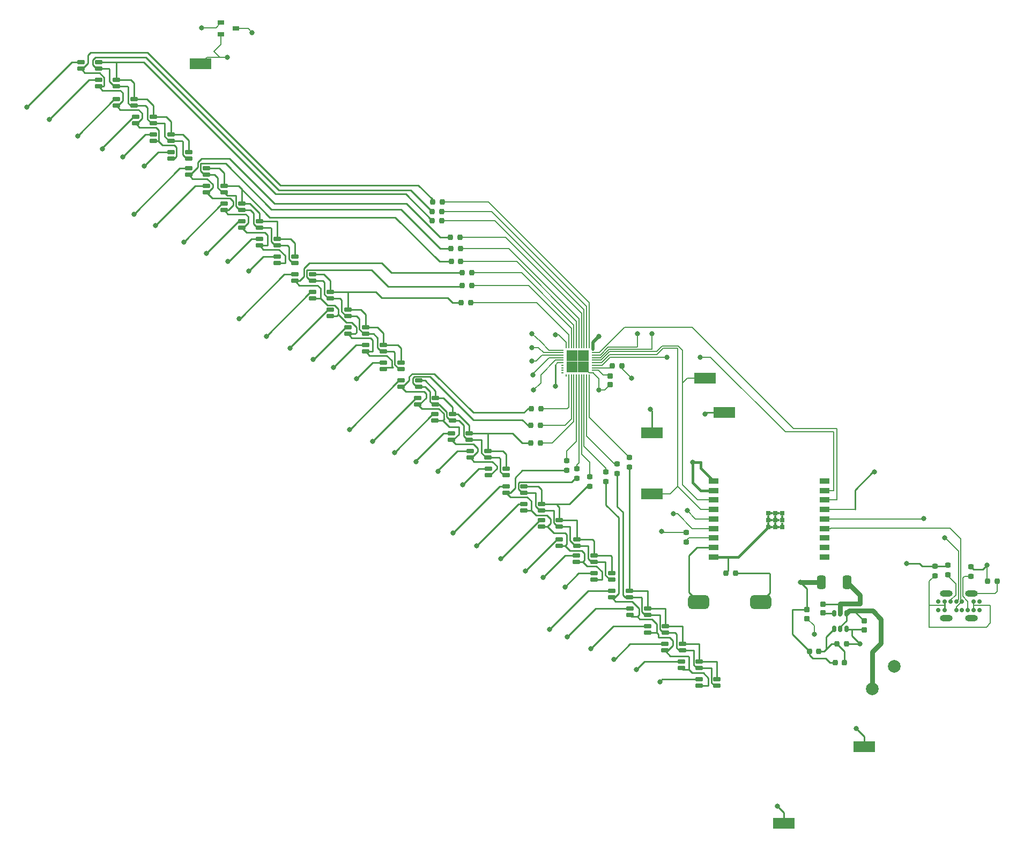
<source format=gbr>
%TF.GenerationSoftware,KiCad,Pcbnew,(7.0.0)*%
%TF.CreationDate,2023-03-18T11:24:21-05:00*%
%TF.ProjectId,LED Fan Blade,4c454420-4661-46e2-9042-6c6164652e6b,rev?*%
%TF.SameCoordinates,Original*%
%TF.FileFunction,Copper,L1,Top*%
%TF.FilePolarity,Positive*%
%FSLAX46Y46*%
G04 Gerber Fmt 4.6, Leading zero omitted, Abs format (unit mm)*
G04 Created by KiCad (PCBNEW (7.0.0)) date 2023-03-18 11:24:21*
%MOMM*%
%LPD*%
G01*
G04 APERTURE LIST*
G04 Aperture macros list*
%AMRoundRect*
0 Rectangle with rounded corners*
0 $1 Rounding radius*
0 $2 $3 $4 $5 $6 $7 $8 $9 X,Y pos of 4 corners*
0 Add a 4 corners polygon primitive as box body*
4,1,4,$2,$3,$4,$5,$6,$7,$8,$9,$2,$3,0*
0 Add four circle primitives for the rounded corners*
1,1,$1+$1,$2,$3*
1,1,$1+$1,$4,$5*
1,1,$1+$1,$6,$7*
1,1,$1+$1,$8,$9*
0 Add four rect primitives between the rounded corners*
20,1,$1+$1,$2,$3,$4,$5,0*
20,1,$1+$1,$4,$5,$6,$7,0*
20,1,$1+$1,$6,$7,$8,$9,0*
20,1,$1+$1,$8,$9,$2,$3,0*%
G04 Aperture macros list end*
%TA.AperFunction,SMDPad,CuDef*%
%ADD10RoundRect,0.175000X-0.425000X-0.175000X0.425000X-0.175000X0.425000X0.175000X-0.425000X0.175000X0*%
%TD*%
%TA.AperFunction,SMDPad,CuDef*%
%ADD11RoundRect,0.201500X-0.201500X-0.230500X0.201500X-0.230500X0.201500X0.230500X-0.201500X0.230500X0*%
%TD*%
%TA.AperFunction,SMDPad,CuDef*%
%ADD12R,3.430000X1.780000*%
%TD*%
%TA.AperFunction,SMDPad,CuDef*%
%ADD13RoundRect,0.201500X0.230500X-0.201500X0.230500X0.201500X-0.230500X0.201500X-0.230500X-0.201500X0*%
%TD*%
%TA.AperFunction,SMDPad,CuDef*%
%ADD14RoundRect,0.201500X0.201500X0.230500X-0.201500X0.230500X-0.201500X-0.230500X0.201500X-0.230500X0*%
%TD*%
%TA.AperFunction,SMDPad,CuDef*%
%ADD15RoundRect,0.350000X0.350000X0.710000X-0.350000X0.710000X-0.350000X-0.710000X0.350000X-0.710000X0*%
%TD*%
%TA.AperFunction,SMDPad,CuDef*%
%ADD16O,0.200000X0.350000*%
%TD*%
%TA.AperFunction,SMDPad,CuDef*%
%ADD17O,0.350000X0.200000*%
%TD*%
%TA.AperFunction,ComponentPad*%
%ADD18C,0.900000*%
%TD*%
%TA.AperFunction,SMDPad,CuDef*%
%ADD19R,1.800000X1.800000*%
%TD*%
%TA.AperFunction,SMDPad,CuDef*%
%ADD20RoundRect,0.201500X-0.230500X0.201500X-0.230500X-0.201500X0.230500X-0.201500X0.230500X0.201500X0*%
%TD*%
%TA.AperFunction,SMDPad,CuDef*%
%ADD21RoundRect,0.200000X-0.250000X0.200000X-0.250000X-0.200000X0.250000X-0.200000X0.250000X0.200000X0*%
%TD*%
%TA.AperFunction,ComponentPad*%
%ADD22C,2.000000*%
%TD*%
%TA.AperFunction,SMDPad,CuDef*%
%ADD23R,1.000000X0.800000*%
%TD*%
%TA.AperFunction,ComponentPad*%
%ADD24O,0.700000X0.700000*%
%TD*%
%TA.AperFunction,ComponentPad*%
%ADD25O,2.000000X1.000000*%
%TD*%
%TA.AperFunction,SMDPad,CuDef*%
%ADD26R,1.500000X0.900000*%
%TD*%
%TA.AperFunction,SMDPad,CuDef*%
%ADD27R,0.700000X0.700000*%
%TD*%
%TA.AperFunction,ComponentPad*%
%ADD28C,0.400000*%
%TD*%
%TA.AperFunction,SMDPad,CuDef*%
%ADD29RoundRect,0.200000X0.250000X-0.200000X0.250000X0.200000X-0.250000X0.200000X-0.250000X-0.200000X0*%
%TD*%
%TA.AperFunction,SMDPad,CuDef*%
%ADD30RoundRect,0.200000X-0.200000X-0.250000X0.200000X-0.250000X0.200000X0.250000X-0.200000X0.250000X0*%
%TD*%
%TA.AperFunction,SMDPad,CuDef*%
%ADD31RoundRect,0.540000X-1.135000X-0.540000X1.135000X-0.540000X1.135000X0.540000X-1.135000X0.540000X0*%
%TD*%
%TA.AperFunction,SMDPad,CuDef*%
%ADD32RoundRect,0.150000X0.150000X-0.350000X0.150000X0.350000X-0.150000X0.350000X-0.150000X-0.350000X0*%
%TD*%
%TA.AperFunction,ViaPad*%
%ADD33C,0.800000*%
%TD*%
%TA.AperFunction,Conductor*%
%ADD34C,0.250000*%
%TD*%
%TA.AperFunction,Conductor*%
%ADD35C,0.150000*%
%TD*%
%TA.AperFunction,Conductor*%
%ADD36C,0.200000*%
%TD*%
%TA.AperFunction,Conductor*%
%ADD37C,0.400000*%
%TD*%
%TA.AperFunction,Conductor*%
%ADD38C,0.500000*%
%TD*%
%TA.AperFunction,Conductor*%
%ADD39C,0.750000*%
%TD*%
G04 APERTURE END LIST*
D10*
%TO.P,LED22,1,Polarity(+)*%
%TO.N,SW3<-->LED(18-23)*%
X94358000Y-89146000D03*
%TO.P,LED22,2,Green(-)*%
%TO.N,CS11*%
X97158000Y-89146000D03*
%TO.P,LED22,3,Blue(-)*%
%TO.N,CS10*%
X97158000Y-90146000D03*
%TO.P,LED22,4,Red(-)*%
%TO.N,CS9*%
X94358000Y-90146000D03*
%TD*%
%TO.P,LED6,1,Polarity(+)*%
%TO.N,SWO<-->LED(0-5)*%
X119628000Y-114046000D03*
%TO.P,LED6,2,Green(-)*%
%TO.N,CS17*%
X122428000Y-114046000D03*
%TO.P,LED6,3,Blue(-)*%
%TO.N,CS16*%
X122428000Y-115046000D03*
%TO.P,LED6,4,Red(-)*%
%TO.N,CS15*%
X119628000Y-115046000D03*
%TD*%
%TO.P,LED12,1,Polarity(+)*%
%TO.N,SW1<-->LED(6-11)*%
X122552000Y-116832000D03*
%TO.P,LED12,2,Green(-)*%
%TO.N,CS17*%
X125352000Y-116832000D03*
%TO.P,LED12,3,Blue(-)*%
%TO.N,CS16*%
X125352000Y-117832000D03*
%TO.P,LED12,4,Red(-)*%
%TO.N,CS15*%
X122552000Y-117832000D03*
%TD*%
D11*
%TO.P,BL:2,1*%
%TO.N,CS7*%
X96021000Y-65786000D03*
%TO.P,BL:2,2*%
%TO.N,Net-(LED-Driver1-CS7)*%
X97527000Y-65786000D03*
%TD*%
D10*
%TO.P,LED17,1,Polarity(+)*%
%TO.N,SW2<-->LED(12-17)*%
X108582000Y-102878000D03*
%TO.P,LED17,2,Green(-)*%
%TO.N,CS14*%
X111382000Y-102878000D03*
%TO.P,LED17,3,Blue(-)*%
%TO.N,CS13*%
X111382000Y-103878000D03*
%TO.P,LED17,4,Red(-)*%
%TO.N,CS12*%
X108582000Y-103878000D03*
%TD*%
%TO.P,LED1,1,Polarity(+)*%
%TO.N,SWO<-->LED(0-5)*%
X35808000Y-30480000D03*
%TO.P,LED1,2,Green(-)*%
%TO.N,CS2*%
X38608000Y-30480000D03*
%TO.P,LED1,3,Blue(-)*%
%TO.N,CS1*%
X38608000Y-31480000D03*
%TO.P,LED1,4,Red(-)*%
%TO.N,CS0*%
X35808000Y-31480000D03*
%TD*%
%TO.P,LED28,1,Polarity(+)*%
%TO.N,SW4<-->LED(24-29)*%
X97276000Y-91948000D03*
%TO.P,LED28,2,Green(-)*%
%TO.N,CS11*%
X100076000Y-91948000D03*
%TO.P,LED28,3,Blue(-)*%
%TO.N,CS10*%
X100076000Y-92948000D03*
%TO.P,LED28,4,Red(-)*%
%TO.N,CS9*%
X97276000Y-92948000D03*
%TD*%
D12*
%TO.P,TestHallSense1,1,Tin*%
%TO.N,Hall Sense*%
X54736999Y-30733999D03*
%TD*%
D11*
%TO.P,GR:3,1*%
%TO.N,CS11*%
X106852000Y-90678000D03*
%TO.P,GR:3,2*%
%TO.N,Net-(LED-Driver1-CS11)*%
X108358000Y-90678000D03*
%TD*%
D13*
%TO.P,GR:4,1*%
%TO.N,CS14*%
X116205000Y-97527000D03*
%TO.P,GR:4,2*%
%TO.N,Net-(LED-Driver1-CS14)*%
X116205000Y-96021000D03*
%TD*%
D10*
%TO.P,LED5,1,Polarity(+)*%
%TO.N,SWO<-->LED(0-5)*%
X102994000Y-97528000D03*
%TO.P,LED5,2,Green(-)*%
%TO.N,CS14*%
X105794000Y-97528000D03*
%TO.P,LED5,3,Blue(-)*%
%TO.N,CS13*%
X105794000Y-98528000D03*
%TO.P,LED5,4,Red(-)*%
%TO.N,CS12*%
X102994000Y-98528000D03*
%TD*%
D12*
%TO.P,Test3.3V1,1,Tin*%
%TO.N,+3.3V*%
X146811999Y-150748999D03*
%TD*%
D11*
%TO.P,RD:2,1*%
%TO.N,CS6*%
X96021000Y-63754000D03*
%TO.P,RD:2,2*%
%TO.N,Net-(LED-Driver1-CS6)*%
X97527000Y-63754000D03*
%TD*%
D10*
%TO.P,LED19,1,Polarity(+)*%
%TO.N,SW3<-->LED(18-23)*%
X44444000Y-39116000D03*
%TO.P,LED19,2,Green(-)*%
%TO.N,CS2*%
X47244000Y-39116000D03*
%TO.P,LED19,3,Blue(-)*%
%TO.N,CS1*%
X47244000Y-40116000D03*
%TO.P,LED19,4,Red(-)*%
%TO.N,CS0*%
X44444000Y-40116000D03*
%TD*%
D14*
%TO.P,R6,1*%
%TO.N,+3.3V*%
X121276000Y-78486000D03*
%TO.P,R6,2*%
%TO.N,Net-(LED-Driver1-IFS)*%
X119770000Y-78486000D03*
%TD*%
D10*
%TO.P,LED16,1,Polarity(+)*%
%TO.N,SW2<-->LED(12-17)*%
X91688000Y-86106000D03*
%TO.P,LED16,2,Green(-)*%
%TO.N,CS11*%
X94488000Y-86106000D03*
%TO.P,LED16,3,Blue(-)*%
%TO.N,CS10*%
X94488000Y-87106000D03*
%TO.P,LED16,4,Red(-)*%
%TO.N,CS9*%
X91688000Y-87106000D03*
%TD*%
D15*
%TO.P,L1,1,1*%
%TO.N,Net-(VReg1-LX)*%
X156841000Y-112649000D03*
%TO.P,L1,2,2*%
%TO.N,+3.3V*%
X152785000Y-112649000D03*
%TD*%
D12*
%TO.P,TestMOSI1,1,Tin*%
%TO.N,MOSI*%
X134365999Y-80390999D03*
%TD*%
D16*
%TO.P,LED-Driver1,1,CS0*%
%TO.N,Net-(LED-Driver1-CS0)*%
X116083999Y-75519999D03*
%TO.P,LED-Driver1,2,CS1*%
%TO.N,Net-(LED-Driver1-CS1)*%
X115683999Y-75519999D03*
%TO.P,LED-Driver1,3,CS2*%
%TO.N,Net-(LED-Driver1-CS2)*%
X115283999Y-75519999D03*
%TO.P,LED-Driver1,4,CS3*%
%TO.N,Net-(LED-Driver1-CS3)*%
X114883999Y-75519999D03*
%TO.P,LED-Driver1,5,CS4*%
%TO.N,Net-(LED-Driver1-CS4)*%
X114483999Y-75519999D03*
%TO.P,LED-Driver1,6,CS5*%
%TO.N,Net-(LED-Driver1-CS5)*%
X114083999Y-75519999D03*
%TO.P,LED-Driver1,7,CS6*%
%TO.N,Net-(LED-Driver1-CS6)*%
X113683999Y-75519999D03*
%TO.P,LED-Driver1,8,CS7*%
%TO.N,Net-(LED-Driver1-CS7)*%
X113283999Y-75519999D03*
%TO.P,LED-Driver1,9,CS8*%
%TO.N,Net-(LED-Driver1-CS8)*%
X112883999Y-75519999D03*
%TO.P,LED-Driver1,10,SW0*%
%TO.N,SWO<-->LED(0-5)*%
X112483999Y-75519999D03*
D17*
%TO.P,LED-Driver1,11,SW1*%
%TO.N,SW1<-->LED(6-11)*%
X111883999Y-75969999D03*
%TO.P,LED-Driver1,12,SW2*%
%TO.N,SW2<-->LED(12-17)*%
X111883999Y-76369999D03*
%TO.P,LED-Driver1,13,SW3*%
%TO.N,SW3<-->LED(18-23)*%
X111883999Y-76769999D03*
%TO.P,LED-Driver1,14,SW4*%
%TO.N,SW4<-->LED(24-29)*%
X111883999Y-77169999D03*
%TO.P,LED-Driver1,15,SW5*%
%TO.N,SW5<-->LED(30-35)*%
X111883999Y-77569999D03*
%TO.P,LED-Driver1,16,VLED*%
%TO.N,+3.3V*%
X111883999Y-77969999D03*
%TO.P,LED-Driver1,17,SW6*%
%TO.N,unconnected-(LED-Driver1-SW6-Pad17)*%
X111883999Y-78369999D03*
%TO.P,LED-Driver1,18,SW7*%
%TO.N,unconnected-(LED-Driver1-SW7-Pad18)*%
X111883999Y-78769999D03*
%TO.P,LED-Driver1,19,SW8*%
%TO.N,unconnected-(LED-Driver1-SW8-Pad19)*%
X111883999Y-79169999D03*
%TO.P,LED-Driver1,20,SW9*%
%TO.N,unconnected-(LED-Driver1-SW9-Pad20)*%
X111883999Y-79569999D03*
D16*
%TO.P,LED-Driver1,21,SW10*%
%TO.N,unconnected-(LED-Driver1-SW10-Pad21)*%
X112483999Y-80019999D03*
%TO.P,LED-Driver1,22,CS9*%
%TO.N,Net-(LED-Driver1-CS9)*%
X112883999Y-80019999D03*
%TO.P,LED-Driver1,23,CS10*%
%TO.N,Net-(LED-Driver1-CS10)*%
X113283999Y-80019999D03*
%TO.P,LED-Driver1,24,CS11*%
%TO.N,Net-(LED-Driver1-CS11)*%
X113683999Y-80019999D03*
%TO.P,LED-Driver1,25,CS12*%
%TO.N,Net-(LED-Driver1-CS12)*%
X114083999Y-80019999D03*
%TO.P,LED-Driver1,26,CS13*%
%TO.N,Net-(LED-Driver1-CS13)*%
X114483999Y-80019999D03*
%TO.P,LED-Driver1,27,CS14*%
%TO.N,Net-(LED-Driver1-CS14)*%
X114883999Y-80019999D03*
%TO.P,LED-Driver1,28,CS15*%
%TO.N,Net-(LED-Driver1-CS15)*%
X115283999Y-80019999D03*
%TO.P,LED-Driver1,29,CS16*%
%TO.N,Net-(LED-Driver1-CS16)*%
X115683999Y-80019999D03*
%TO.P,LED-Driver1,30,CS17*%
%TO.N,Net-(LED-Driver1-CS17)*%
X116083999Y-80019999D03*
D17*
%TO.P,LED-Driver1,31,AGND*%
%TO.N,GND*%
X116683999Y-79569999D03*
%TO.P,LED-Driver1,32,VCAP*%
%TO.N,Net-(LED-Driver1-VCAP)*%
X116683999Y-79169999D03*
%TO.P,LED-Driver1,33,IFS*%
%TO.N,Net-(LED-Driver1-IFS)*%
X116683999Y-78769999D03*
%TO.P,LED-Driver1,34,VSYNC*%
%TO.N,VSYNC*%
X116683999Y-78369999D03*
%TO.P,LED-Driver1,35,SCL_SCLK*%
%TO.N,SCLK*%
X116683999Y-77969999D03*
%TO.P,LED-Driver1,36,SDA_MOSI*%
%TO.N,MOSI*%
X116683999Y-77569999D03*
%TO.P,LED-Driver1,37,ADDR0_MISO*%
%TO.N,MISO*%
X116683999Y-77169999D03*
%TO.P,LED-Driver1,38,ADDR1_SS*%
%TO.N,SS*%
X116683999Y-76769999D03*
%TO.P,LED-Driver1,39,VIO_EN*%
%TO.N,VIO_EN*%
X116683999Y-76369999D03*
%TO.P,LED-Driver1,40,VCC*%
%TO.N,+3.3V*%
X116683999Y-75969999D03*
D18*
%TO.P,LED-Driver1,41,GND*%
%TO.N,GND*%
X115184000Y-76870000D03*
D19*
X115183999Y-76869999D03*
D18*
X113384000Y-76870000D03*
D19*
X113383999Y-76869999D03*
D18*
X115184000Y-78670000D03*
D19*
X115183999Y-78669999D03*
D18*
X113384000Y-78670000D03*
D19*
X113383999Y-78669999D03*
%TD*%
D11*
%TO.P,BL:3,1*%
%TO.N,CS10*%
X106877000Y-87884000D03*
%TO.P,BL:3,2*%
%TO.N,Net-(LED-Driver1-CS10)*%
X108383000Y-87884000D03*
%TD*%
D13*
%TO.P,BL:5,1*%
%TO.N,CS16*%
X120523000Y-95495000D03*
%TO.P,BL:5,2*%
%TO.N,Net-(LED-Driver1-CS16)*%
X120523000Y-93989000D03*
%TD*%
D20*
%TO.P,R3,1*%
%TO.N,GND*%
X172720000Y-109991000D03*
%TO.P,R3,2*%
%TO.N,Net-(USB-C1-CC1)*%
X172720000Y-111497000D03*
%TD*%
D21*
%TO.P,Cin1,1*%
%TO.N,+12V*%
X159512000Y-118807000D03*
%TO.P,Cin1,2*%
%TO.N,GND*%
X159512000Y-120207000D03*
%TD*%
D10*
%TO.P,LED21,1,Polarity(+)*%
%TO.N,SW3<-->LED(18-23)*%
X77972000Y-72390000D03*
%TO.P,LED21,2,Green(-)*%
%TO.N,CS8*%
X80772000Y-72390000D03*
%TO.P,LED21,3,Blue(-)*%
%TO.N,CS7*%
X80772000Y-73390000D03*
%TO.P,LED21,4,Red(-)*%
%TO.N,CS6*%
X77972000Y-73390000D03*
%TD*%
D13*
%TO.P,BL:4,1*%
%TO.N,CS13*%
X114173000Y-96257000D03*
%TO.P,BL:4,2*%
%TO.N,Net-(LED-Driver1-CS13)*%
X114173000Y-94751000D03*
%TD*%
D10*
%TO.P,LED13,1,Polarity(+)*%
%TO.N,SW2<-->LED(12-17)*%
X41396000Y-36322000D03*
%TO.P,LED13,2,Green(-)*%
%TO.N,CS2*%
X44196000Y-36322000D03*
%TO.P,LED13,3,Blue(-)*%
%TO.N,CS1*%
X44196000Y-37322000D03*
%TO.P,LED13,4,Red(-)*%
%TO.N,CS0*%
X41396000Y-37322000D03*
%TD*%
%TO.P,LED30,1,Polarity(+)*%
%TO.N,SW4<-->LED(24-29)*%
X130680000Y-125214000D03*
%TO.P,LED30,2,Green(-)*%
%TO.N,CS17*%
X133480000Y-125214000D03*
%TO.P,LED30,3,Blue(-)*%
%TO.N,CS16*%
X133480000Y-126214000D03*
%TO.P,LED30,4,Red(-)*%
%TO.N,CS15*%
X130680000Y-126214000D03*
%TD*%
D22*
%TO.P,Power_12V1,1,Pin_1*%
%TO.N,+12V*%
X160782000Y-129540000D03*
%TO.P,Power_12V1,2,Pin_2*%
%TO.N,GND*%
X164317534Y-126004466D03*
%TD*%
D10*
%TO.P,LED14,1,Polarity(+)*%
%TO.N,SW2<-->LED(12-17)*%
X58414000Y-52832000D03*
%TO.P,LED14,2,Green(-)*%
%TO.N,CS5*%
X61214000Y-52832000D03*
%TO.P,LED14,3,Blue(-)*%
%TO.N,CS4*%
X61214000Y-53832000D03*
%TO.P,LED14,4,Red(-)*%
%TO.N,CS3*%
X58414000Y-53832000D03*
%TD*%
%TO.P,LED35,1,Polarity(+)*%
%TO.N,SW5<-->LED(30-35)*%
X116834000Y-111252000D03*
%TO.P,LED35,2,Green(-)*%
%TO.N,CS14*%
X119634000Y-111252000D03*
%TO.P,LED35,3,Blue(-)*%
%TO.N,CS13*%
X119634000Y-112252000D03*
%TO.P,LED35,4,Red(-)*%
%TO.N,CS12*%
X116834000Y-112252000D03*
%TD*%
D11*
%TO.P,R2,1*%
%TO.N,GND*%
X137677000Y-111252000D03*
%TO.P,R2,2*%
%TO.N,Net-(Boot1-Pad2)*%
X139183000Y-111252000D03*
%TD*%
D10*
%TO.P,LED26,1,Polarity(+)*%
%TO.N,SW4<-->LED(24-29)*%
X64002000Y-58420000D03*
%TO.P,LED26,2,Green(-)*%
%TO.N,CS5*%
X66802000Y-58420000D03*
%TO.P,LED26,3,Blue(-)*%
%TO.N,CS4*%
X66802000Y-59420000D03*
%TO.P,LED26,4,Red(-)*%
%TO.N,CS3*%
X64002000Y-59420000D03*
%TD*%
D11*
%TO.P,R7,1*%
%TO.N,+3.3V*%
X150876000Y-123571000D03*
%TO.P,R7,2*%
%TO.N,Net-(VReg1-FB)*%
X152382000Y-123571000D03*
%TD*%
D10*
%TO.P,LED25,1,Polarity(+)*%
%TO.N,SW4<-->LED(24-29)*%
X47238000Y-41910000D03*
%TO.P,LED25,2,Green(-)*%
%TO.N,CS2*%
X50038000Y-41910000D03*
%TO.P,LED25,3,Blue(-)*%
%TO.N,CS1*%
X50038000Y-42910000D03*
%TO.P,LED25,4,Red(-)*%
%TO.N,CS0*%
X47238000Y-42910000D03*
%TD*%
%TO.P,LED11,1,Polarity(+)*%
%TO.N,SW1<-->LED(6-11)*%
X105788000Y-100322000D03*
%TO.P,LED11,2,Green(-)*%
%TO.N,CS14*%
X108588000Y-100322000D03*
%TO.P,LED11,3,Blue(-)*%
%TO.N,CS13*%
X108588000Y-101322000D03*
%TO.P,LED11,4,Red(-)*%
%TO.N,CS12*%
X105788000Y-101322000D03*
%TD*%
D12*
%TO.P,TestSS1,1,Tin*%
%TO.N,SS*%
X125983999Y-89026999D03*
%TD*%
D11*
%TO.P,GR:2,1*%
%TO.N,CS8*%
X95894000Y-68453000D03*
%TO.P,GR:2,2*%
%TO.N,Net-(LED-Driver1-CS8)*%
X97400000Y-68453000D03*
%TD*%
D10*
%TO.P,LED2,1,Polarity(+)*%
%TO.N,SWO<-->LED(0-5)*%
X52826000Y-47244000D03*
%TO.P,LED2,2,Green(-)*%
%TO.N,CS5*%
X55626000Y-47244000D03*
%TO.P,LED2,3,Blue(-)*%
%TO.N,CS4*%
X55626000Y-48244000D03*
%TO.P,LED2,4,Red(-)*%
%TO.N,CS3*%
X52826000Y-48244000D03*
%TD*%
D11*
%TO.P,RD:3,1*%
%TO.N,CS9*%
X106943000Y-85217000D03*
%TO.P,RD:3,2*%
%TO.N,Net-(LED-Driver1-CS9)*%
X108449000Y-85217000D03*
%TD*%
D23*
%TO.P,HallSensor1,1,VCC*%
%TO.N,+3.3V*%
X57940499Y-24195999D03*
%TO.P,HallSensor1,2,GND*%
%TO.N,GND*%
X60340499Y-25145999D03*
%TO.P,HallSensor1,3,OUT*%
%TO.N,Hall Sense*%
X57940499Y-26095999D03*
%TD*%
D24*
%TO.P,USB-C1,1,GND*%
%TO.N,GND*%
X171261999Y-115693999D03*
%TO.P,USB-C1,2,VBUS*%
%TO.N,Net-(R9-Pad2)*%
X172211999Y-115693999D03*
%TO.P,USB-C1,3,CC1*%
%TO.N,Net-(USB-C1-CC1)*%
X173161999Y-115693999D03*
%TO.P,USB-C1,4,D+*%
%TO.N,D+*%
X174061999Y-115693999D03*
%TO.P,USB-C1,5,D-*%
%TO.N,D-*%
X174961999Y-115693999D03*
%TO.P,USB-C1,7,VBUS*%
%TO.N,Net-(R9-Pad2)*%
X176811999Y-115693999D03*
%TO.P,USB-C1,8,GND*%
%TO.N,GND*%
X177761999Y-115693999D03*
%TO.P,USB-C1,9,GND*%
X177761999Y-117093999D03*
%TO.P,USB-C1,10,VBUS*%
%TO.N,Net-(R9-Pad2)*%
X176811999Y-117093999D03*
%TO.P,USB-C1,11,CC2*%
%TO.N,Net-(USB-C1-CC2)*%
X175861999Y-117093999D03*
%TO.P,USB-C1,12,D+*%
%TO.N,D+*%
X174961999Y-117093999D03*
%TO.P,USB-C1,13,D-*%
%TO.N,D-*%
X174061999Y-117093999D03*
%TO.P,USB-C1,15,VBUS*%
%TO.N,Net-(R9-Pad2)*%
X172211999Y-117093999D03*
%TO.P,USB-C1,16,GND*%
%TO.N,GND*%
X171261999Y-117093999D03*
D25*
%TO.P,USB-C1,S1,SHIELD*%
%TO.N,Net-(USB-C1-SHIELD)*%
X172511999Y-118323999D03*
X176511999Y-118323999D03*
X172511999Y-114463999D03*
X176511999Y-114463999D03*
%TD*%
D10*
%TO.P,LED27,1,Polarity(+)*%
%TO.N,SW4<-->LED(24-29)*%
X80766000Y-75184000D03*
%TO.P,LED27,2,Green(-)*%
%TO.N,CS8*%
X83566000Y-75184000D03*
%TO.P,LED27,3,Blue(-)*%
%TO.N,CS7*%
X83566000Y-76184000D03*
%TO.P,LED27,4,Red(-)*%
%TO.N,CS6*%
X80766000Y-76184000D03*
%TD*%
D26*
%TO.P,ESP1,1,3V3*%
%TO.N,+3.3V*%
X135730499Y-96667999D03*
%TO.P,ESP1,2,EN*%
X135730499Y-98167999D03*
%TO.P,ESP1,3,IO4*%
%TO.N,MOSI*%
X135730499Y-99667999D03*
%TO.P,ESP1,4,IO5*%
%TO.N,SCLK*%
X135730499Y-101167999D03*
%TO.P,ESP1,5,IO6*%
%TO.N,MISO*%
X135730499Y-102667999D03*
%TO.P,ESP1,6,IO7*%
%TO.N,SS*%
X135730499Y-104167999D03*
%TO.P,ESP1,7,IO8*%
%TO.N,Net-(ESP1-IO8)*%
X135730499Y-105667999D03*
%TO.P,ESP1,8,IO9*%
%TO.N,Net-(ESP1-IO9)*%
X135730499Y-107167999D03*
%TO.P,ESP1,9,GND*%
%TO.N,GND*%
X135730499Y-108667999D03*
%TO.P,ESP1,10,IO10*%
%TO.N,unconnected-(ESP1-IO10-Pad10)*%
X153230499Y-108667999D03*
%TO.P,ESP1,11,RXD*%
%TO.N,unconnected-(ESP1-RXD-Pad11)*%
X153230499Y-107167999D03*
%TO.P,ESP1,12,TXD*%
%TO.N,unconnected-(ESP1-TXD-Pad12)*%
X153230499Y-105667999D03*
%TO.P,ESP1,13,IO18*%
%TO.N,D-*%
X153230499Y-104167999D03*
%TO.P,ESP1,14,IO19*%
%TO.N,D+*%
X153230499Y-102667999D03*
%TO.P,ESP1,15,IO3*%
%TO.N,Hall Sense*%
X153230499Y-101167999D03*
%TO.P,ESP1,16,IO2*%
%TO.N,VIO_EN*%
X153230499Y-99667999D03*
%TO.P,ESP1,17,IO1*%
%TO.N,VSYNC*%
X153230499Y-98167999D03*
%TO.P,ESP1,18,IO0*%
%TO.N,unconnected-(ESP1-IO0-Pad18)*%
X153230499Y-96667999D03*
D27*
%TO.P,ESP1,19,GND*%
%TO.N,GND*%
X144340499Y-101767999D03*
%TO.P,ESP1,20,GND*%
X145440499Y-101767999D03*
%TO.P,ESP1,21,GND*%
X146540499Y-101767999D03*
%TO.P,ESP1,22,GND*%
X144340499Y-102867999D03*
%TO.P,ESP1,23,GND*%
X145440499Y-102867999D03*
%TO.P,ESP1,24,GND*%
X146540499Y-102867999D03*
%TO.P,ESP1,25,GND*%
X144340499Y-103967999D03*
%TO.P,ESP1,26,GND*%
X145440499Y-103967999D03*
%TO.P,ESP1,27,GND*%
X146540499Y-103967999D03*
D28*
%TO.P,ESP1,28,GND*%
X144890500Y-101768000D03*
%TO.P,ESP1,29,GND*%
X145990500Y-101768000D03*
%TO.P,ESP1,30,GND*%
X144340500Y-102318000D03*
%TO.P,ESP1,31,GND*%
X145440500Y-102318000D03*
%TO.P,ESP1,32,GND*%
X146540500Y-102318000D03*
%TO.P,ESP1,33,GND*%
X144890500Y-102868000D03*
%TO.P,ESP1,34,GND*%
X145990500Y-102868000D03*
%TO.P,ESP1,35,GND*%
X144340500Y-103418000D03*
%TO.P,ESP1,36,GND*%
X145440500Y-103418000D03*
%TO.P,ESP1,37,GND*%
X146540500Y-103418000D03*
%TO.P,ESP1,38,GND*%
X144890500Y-103968000D03*
%TO.P,ESP1,39,GND*%
X145990500Y-103968000D03*
%TD*%
D11*
%TO.P,RD:0,1*%
%TO.N,CS0*%
X91358000Y-52578000D03*
%TO.P,RD:0,2*%
%TO.N,Net-(LED-Driver1-CS0)*%
X92864000Y-52578000D03*
%TD*%
D10*
%TO.P,LED23,1,Polarity(+)*%
%TO.N,SW3<-->LED(18-23)*%
X111376000Y-105910000D03*
%TO.P,LED23,2,Green(-)*%
%TO.N,CS14*%
X114176000Y-105910000D03*
%TO.P,LED23,3,Blue(-)*%
%TO.N,CS13*%
X114176000Y-106910000D03*
%TO.P,LED23,4,Red(-)*%
%TO.N,CS12*%
X111376000Y-106910000D03*
%TD*%
%TO.P,LED9,1,Polarity(+)*%
%TO.N,SW1<-->LED(6-11)*%
X72384000Y-66802000D03*
%TO.P,LED9,2,Green(-)*%
%TO.N,CS8*%
X75184000Y-66802000D03*
%TO.P,LED9,3,Blue(-)*%
%TO.N,CS7*%
X75184000Y-67802000D03*
%TO.P,LED9,4,Red(-)*%
%TO.N,CS6*%
X72384000Y-67802000D03*
%TD*%
D21*
%TO.P,Cout1,1*%
%TO.N,+3.3V*%
X150495000Y-117029000D03*
%TO.P,Cout1,2*%
%TO.N,GND*%
X150495000Y-118429000D03*
%TD*%
D10*
%TO.P,LED24,1,Polarity(+)*%
%TO.N,SW3<-->LED(18-23)*%
X128010000Y-122428000D03*
%TO.P,LED24,2,Green(-)*%
%TO.N,CS17*%
X130810000Y-122428000D03*
%TO.P,LED24,3,Blue(-)*%
%TO.N,CS16*%
X130810000Y-123428000D03*
%TO.P,LED24,4,Red(-)*%
%TO.N,CS15*%
X128010000Y-123428000D03*
%TD*%
%TO.P,LED15,1,Polarity(+)*%
%TO.N,SW2<-->LED(12-17)*%
X75178000Y-69596000D03*
%TO.P,LED15,2,Green(-)*%
%TO.N,CS8*%
X77978000Y-69596000D03*
%TO.P,LED15,3,Blue(-)*%
%TO.N,CS7*%
X77978000Y-70596000D03*
%TO.P,LED15,4,Red(-)*%
%TO.N,CS6*%
X75178000Y-70596000D03*
%TD*%
%TO.P,LED10,1,Polarity(+)*%
%TO.N,SW1<-->LED(6-11)*%
X89024000Y-83558000D03*
%TO.P,LED10,2,Green(-)*%
%TO.N,CS11*%
X91824000Y-83558000D03*
%TO.P,LED10,3,Blue(-)*%
%TO.N,CS10*%
X91824000Y-84558000D03*
%TO.P,LED10,4,Red(-)*%
%TO.N,CS9*%
X89024000Y-84558000D03*
%TD*%
D20*
%TO.P,R9,1*%
%TO.N,GND*%
X170688000Y-110118000D03*
%TO.P,R9,2*%
%TO.N,Net-(R9-Pad2)*%
X170688000Y-111624000D03*
%TD*%
D10*
%TO.P,LED18,1,Polarity(+)*%
%TO.N,SW2<-->LED(12-17)*%
X125346000Y-119642000D03*
%TO.P,LED18,2,Green(-)*%
%TO.N,CS17*%
X128146000Y-119642000D03*
%TO.P,LED18,3,Blue(-)*%
%TO.N,CS16*%
X128146000Y-120642000D03*
%TO.P,LED18,4,Red(-)*%
%TO.N,CS15*%
X125346000Y-120642000D03*
%TD*%
D12*
%TO.P,TestGND1,1,Tin*%
%TO.N,GND*%
X159511999Y-138683999D03*
%TD*%
D10*
%TO.P,LED34,1,Polarity(+)*%
%TO.N,SW5<-->LED(30-35)*%
X100200000Y-94750000D03*
%TO.P,LED34,2,Green(-)*%
%TO.N,CS11*%
X103000000Y-94750000D03*
%TO.P,LED34,3,Blue(-)*%
%TO.N,CS10*%
X103000000Y-95750000D03*
%TO.P,LED34,4,Red(-)*%
%TO.N,CS9*%
X100200000Y-95750000D03*
%TD*%
D13*
%TO.P,RD:5,1*%
%TO.N,CS15*%
X118745000Y-96765000D03*
%TO.P,RD:5,2*%
%TO.N,Net-(LED-Driver1-CS15)*%
X118745000Y-95259000D03*
%TD*%
%TO.P,RD:4,1*%
%TO.N,CS12*%
X112522000Y-94987000D03*
%TO.P,RD:4,2*%
%TO.N,Net-(LED-Driver1-CS12)*%
X112522000Y-93481000D03*
%TD*%
D14*
%TO.P,R1,1*%
%TO.N,Net-(USB-C1-SHIELD)*%
X180511000Y-112472500D03*
%TO.P,R1,2*%
%TO.N,GND*%
X179005000Y-112472500D03*
%TD*%
D10*
%TO.P,LED31,1,Polarity(+)*%
%TO.N,SW5<-->LED(30-35)*%
X50032000Y-44704000D03*
%TO.P,LED31,2,Green(-)*%
%TO.N,CS2*%
X52832000Y-44704000D03*
%TO.P,LED31,3,Blue(-)*%
%TO.N,CS1*%
X52832000Y-45704000D03*
%TO.P,LED31,4,Red(-)*%
%TO.N,CS0*%
X50032000Y-45704000D03*
%TD*%
D11*
%TO.P,BL:0,1*%
%TO.N,CS1*%
X91322000Y-54102000D03*
%TO.P,BL:0,2*%
%TO.N,Net-(LED-Driver1-CS1)*%
X92828000Y-54102000D03*
%TD*%
D10*
%TO.P,LED20,1,Polarity(+)*%
%TO.N,SW3<-->LED(18-23)*%
X61208000Y-55626000D03*
%TO.P,LED20,2,Green(-)*%
%TO.N,CS5*%
X64008000Y-55626000D03*
%TO.P,LED20,3,Blue(-)*%
%TO.N,CS4*%
X64008000Y-56626000D03*
%TO.P,LED20,4,Red(-)*%
%TO.N,CS3*%
X61208000Y-56626000D03*
%TD*%
D29*
%TO.P,CB1,1*%
%TO.N,Net-(VReg1-BS)*%
X153035000Y-117540000D03*
%TO.P,CB1,2*%
%TO.N,Net-(VReg1-LX)*%
X153035000Y-116140000D03*
%TD*%
D12*
%TO.P,TestMISO1,1,Tin*%
%TO.N,MISO*%
X137413999Y-85851999D03*
%TD*%
D10*
%TO.P,LED4,1,Polarity(+)*%
%TO.N,SWO<-->LED(0-5)*%
X86354000Y-80780000D03*
%TO.P,LED4,2,Green(-)*%
%TO.N,CS11*%
X89154000Y-80780000D03*
%TO.P,LED4,3,Blue(-)*%
%TO.N,CS10*%
X89154000Y-81780000D03*
%TO.P,LED4,4,Red(-)*%
%TO.N,CS9*%
X86354000Y-81780000D03*
%TD*%
%TO.P,LED8,1,Polarity(+)*%
%TO.N,SW1<-->LED(6-11)*%
X55620000Y-50038000D03*
%TO.P,LED8,2,Green(-)*%
%TO.N,CS5*%
X58420000Y-50038000D03*
%TO.P,LED8,3,Blue(-)*%
%TO.N,CS4*%
X58420000Y-51038000D03*
%TO.P,LED8,4,Red(-)*%
%TO.N,CS3*%
X55620000Y-51038000D03*
%TD*%
D11*
%TO.P,R8,1*%
%TO.N,Net-(VReg1-FB)*%
X155198000Y-122428000D03*
%TO.P,R8,2*%
%TO.N,GND*%
X156704000Y-122428000D03*
%TD*%
D30*
%TO.P,C4,1*%
%TO.N,+3.3V*%
X155002000Y-125349000D03*
%TO.P,C4,2*%
%TO.N,Net-(VReg1-FB)*%
X156402000Y-125349000D03*
%TD*%
D31*
%TO.P,Boot1,1,1*%
%TO.N,Net-(ESP1-IO9)*%
X133378000Y-115824000D03*
%TO.P,Boot1,2,2*%
%TO.N,Net-(Boot1-Pad2)*%
X143228000Y-115824000D03*
%TD*%
D10*
%TO.P,LED32,1,Polarity(+)*%
%TO.N,SW5<-->LED(30-35)*%
X66796000Y-61214000D03*
%TO.P,LED32,2,Green(-)*%
%TO.N,CS5*%
X69596000Y-61214000D03*
%TO.P,LED32,3,Blue(-)*%
%TO.N,CS4*%
X69596000Y-62214000D03*
%TO.P,LED32,4,Red(-)*%
%TO.N,CS3*%
X66796000Y-62214000D03*
%TD*%
D21*
%TO.P,VCAP1,1*%
%TO.N,Net-(LED-Driver1-VCAP)*%
X119380000Y-80072000D03*
%TO.P,VCAP1,2*%
%TO.N,GND*%
X119380000Y-81472000D03*
%TD*%
D10*
%TO.P,LED33,1,Polarity(+)*%
%TO.N,SW5<-->LED(30-35)*%
X83560000Y-77978000D03*
%TO.P,LED33,2,Green(-)*%
%TO.N,CS8*%
X86360000Y-77978000D03*
%TO.P,LED33,3,Blue(-)*%
%TO.N,CS7*%
X86360000Y-78978000D03*
%TO.P,LED33,4,Red(-)*%
%TO.N,CS6*%
X83560000Y-78978000D03*
%TD*%
%TO.P,LED3,1,Polarity(+)*%
%TO.N,SWO<-->LED(0-5)*%
X69590000Y-64008000D03*
%TO.P,LED3,2,Green(-)*%
%TO.N,CS8*%
X72390000Y-64008000D03*
%TO.P,LED3,3,Blue(-)*%
%TO.N,CS7*%
X72390000Y-65008000D03*
%TO.P,LED3,4,Red(-)*%
%TO.N,CS6*%
X69590000Y-65008000D03*
%TD*%
%TO.P,LED36,1,Polarity(+)*%
%TO.N,SW5<-->LED(30-35)*%
X133474000Y-128008000D03*
%TO.P,LED36,2,Green(-)*%
%TO.N,CS17*%
X136274000Y-128008000D03*
%TO.P,LED36,3,Blue(-)*%
%TO.N,CS16*%
X136274000Y-129008000D03*
%TO.P,LED36,4,Red(-)*%
%TO.N,CS15*%
X133474000Y-129008000D03*
%TD*%
D11*
%TO.P,GR:1,1*%
%TO.N,CS5*%
X94309000Y-61976000D03*
%TO.P,GR:1,2*%
%TO.N,Net-(LED-Driver1-CS5)*%
X95815000Y-61976000D03*
%TD*%
%TO.P,BL:1,1*%
%TO.N,CS4*%
X94243000Y-59944000D03*
%TO.P,BL:1,2*%
%TO.N,Net-(LED-Driver1-CS4)*%
X95749000Y-59944000D03*
%TD*%
D20*
%TO.P,R4,1*%
%TO.N,GND*%
X176403000Y-110245000D03*
%TO.P,R4,2*%
%TO.N,Net-(USB-C1-CC2)*%
X176403000Y-111751000D03*
%TD*%
D11*
%TO.P,GR:0,1*%
%TO.N,CS2*%
X91322000Y-55499000D03*
%TO.P,GR:0,2*%
%TO.N,Net-(LED-Driver1-CS2)*%
X92828000Y-55499000D03*
%TD*%
D12*
%TO.P,TestCLK1,1,Tin*%
%TO.N,SCLK*%
X125983999Y-98678999D03*
%TD*%
D10*
%TO.P,LED7,1,Polarity(+)*%
%TO.N,SW1<-->LED(6-11)*%
X38602000Y-33274000D03*
%TO.P,LED7,2,Green(-)*%
%TO.N,CS2*%
X41402000Y-33274000D03*
%TO.P,LED7,3,Blue(-)*%
%TO.N,CS1*%
X41402000Y-34274000D03*
%TO.P,LED7,4,Red(-)*%
%TO.N,CS0*%
X38602000Y-34274000D03*
%TD*%
D13*
%TO.P,R5,1*%
%TO.N,Net-(ESP1-IO8)*%
X131445000Y-106281000D03*
%TO.P,R5,2*%
%TO.N,+3.3V*%
X131445000Y-104775000D03*
%TD*%
%TO.P,GR:5,1*%
%TO.N,CS17*%
X122428000Y-94479000D03*
%TO.P,GR:5,2*%
%TO.N,Net-(LED-Driver1-CS17)*%
X122428000Y-92973000D03*
%TD*%
D10*
%TO.P,LED29,1,Polarity(+)*%
%TO.N,SW4<-->LED(24-29)*%
X114040000Y-108458000D03*
%TO.P,LED29,2,Green(-)*%
%TO.N,CS14*%
X116840000Y-108458000D03*
%TO.P,LED29,3,Blue(-)*%
%TO.N,CS13*%
X116840000Y-109458000D03*
%TO.P,LED29,4,Red(-)*%
%TO.N,CS12*%
X114040000Y-109458000D03*
%TD*%
D32*
%TO.P,VReg1,1,FB*%
%TO.N,Net-(VReg1-FB)*%
X154813000Y-120015000D03*
%TO.P,VReg1,2,EN*%
%TO.N,+12V*%
X155763000Y-120015000D03*
%TO.P,VReg1,3,GND*%
%TO.N,GND*%
X156713000Y-120015000D03*
%TO.P,VReg1,4,IN*%
%TO.N,+12V*%
X156713000Y-117615000D03*
%TO.P,VReg1,5,LX*%
%TO.N,Net-(VReg1-LX)*%
X155763000Y-117615000D03*
%TO.P,VReg1,6,BS*%
%TO.N,Net-(VReg1-BS)*%
X154813000Y-117615000D03*
%TD*%
D11*
%TO.P,RD:1,1*%
%TO.N,CS3*%
X94177000Y-58166000D03*
%TO.P,RD:1,2*%
%TO.N,Net-(LED-Driver1-CS3)*%
X95683000Y-58166000D03*
%TD*%
D33*
%TO.N,GND*%
X62865000Y-25781000D03*
X117602000Y-82296000D03*
X178943000Y-109982000D03*
X151638000Y-120904000D03*
X158877000Y-122428000D03*
X166243000Y-109728000D03*
X158242000Y-135763000D03*
%TO.N,+3.3V*%
X127508000Y-104648000D03*
X132461000Y-93726000D03*
X117665500Y-73850500D03*
X149479000Y-112649000D03*
X145796000Y-148082000D03*
X122809000Y-80391000D03*
X110744000Y-81661000D03*
X54864000Y-25019000D03*
%TO.N,MISO*%
X134366000Y-86106000D03*
X131572000Y-101346000D03*
X125984000Y-73406000D03*
%TO.N,SS*%
X129413000Y-101854000D03*
X125730000Y-85344000D03*
X123698000Y-73406000D03*
%TO.N,D+*%
X168910000Y-102616000D03*
X172212000Y-105664000D03*
%TO.N,Hall Sense*%
X161163000Y-95250000D03*
X58928000Y-29718000D03*
%TO.N,VSYNC*%
X128389000Y-77097000D03*
X133604000Y-77089000D03*
%TO.N,SWO<-->LED(0-5)*%
X94615000Y-104902000D03*
X27305000Y-37592000D03*
X78232000Y-88519000D03*
X60833000Y-70993000D03*
X109855000Y-120142000D03*
X44196000Y-54483000D03*
X110744000Y-73533000D03*
%TO.N,SW1<-->LED(6-11)*%
X47625000Y-56261000D03*
X81915000Y-90424000D03*
X107061000Y-73406000D03*
X65151000Y-73787000D03*
X30861000Y-39497000D03*
X112649000Y-121285000D03*
X98298000Y-106934000D03*
%TO.N,SW2<-->LED(12-17)*%
X85344000Y-92202000D03*
X68834000Y-75692000D03*
X102108000Y-108966000D03*
X107061000Y-75565000D03*
X35306000Y-42164000D03*
X116332000Y-123190000D03*
X52070000Y-58928000D03*
%TO.N,SW3<-->LED(18-23)*%
X120015000Y-124841000D03*
X72517000Y-77470000D03*
X107061000Y-77724000D03*
X106045000Y-110871000D03*
X88773000Y-93599000D03*
X39243000Y-44196000D03*
X55626000Y-60706000D03*
%TO.N,SW4<-->LED(24-29)*%
X75692000Y-78740000D03*
X123571000Y-126492000D03*
X42418000Y-45466000D03*
X108839000Y-111887000D03*
X59055000Y-61976000D03*
X92202000Y-95123000D03*
X107188000Y-79883000D03*
%TO.N,SW5<-->LED(30-35)*%
X79375000Y-80518000D03*
X62357000Y-63500000D03*
X96139000Y-97282000D03*
X107315000Y-82296000D03*
X127254000Y-128397000D03*
X112268000Y-113411000D03*
X45847000Y-46863000D03*
%TD*%
D34*
%TO.N,CS1*%
X50038000Y-42910000D02*
X51800000Y-42910000D01*
X38608000Y-31480000D02*
X38329177Y-31480000D01*
X51927000Y-45077823D02*
X52553177Y-45704000D01*
X87893000Y-50673000D02*
X91322000Y-54102000D01*
X38329177Y-31480000D02*
X37703000Y-30853823D01*
X52553177Y-45704000D02*
X52832000Y-45704000D01*
X47244000Y-40116000D02*
X49006000Y-40116000D01*
X46965177Y-40116000D02*
X47244000Y-40116000D01*
X43164000Y-34274000D02*
X43291000Y-34401000D01*
X37703000Y-30106177D02*
X38091177Y-29718000D01*
X46317356Y-39468179D02*
X46965177Y-40116000D01*
X38091177Y-29718000D02*
X46101000Y-29718000D01*
X37703000Y-30853823D02*
X37703000Y-30106177D01*
X43291000Y-36941000D02*
X43672000Y-37322000D01*
X41402000Y-34274000D02*
X43164000Y-34274000D01*
X41123177Y-34274000D02*
X41402000Y-34274000D01*
X43291000Y-34401000D02*
X43291000Y-36941000D01*
X51800000Y-42910000D02*
X51927000Y-43037000D01*
X49006000Y-40116000D02*
X49022000Y-40132000D01*
X44196000Y-37322000D02*
X45958000Y-37322000D01*
X43672000Y-37322000D02*
X44196000Y-37322000D01*
X49022000Y-40132000D02*
X49022000Y-42172823D01*
X40243000Y-31480000D02*
X40335944Y-31572944D01*
X45958000Y-37322000D02*
X46317356Y-37681356D01*
X46317356Y-37681356D02*
X46317356Y-39468179D01*
X38608000Y-31480000D02*
X40243000Y-31480000D01*
X40335944Y-31572944D02*
X40335944Y-33486767D01*
X40335944Y-33486767D02*
X41123177Y-34274000D01*
X51927000Y-43037000D02*
X51927000Y-45077823D01*
X67056000Y-50673000D02*
X87893000Y-50673000D01*
X49022000Y-42172823D02*
X49759177Y-42910000D01*
X49759177Y-42910000D02*
X50038000Y-42910000D01*
X46101000Y-29718000D02*
X67056000Y-50673000D01*
D35*
%TO.N,Net-(LED-Driver1-CS1)*%
X115684000Y-69075000D02*
X115684000Y-75520000D01*
X100711000Y-54102000D02*
X115684000Y-69075000D01*
X92828000Y-54102000D02*
X100711000Y-54102000D01*
D34*
%TO.N,CS4*%
X61214000Y-53832000D02*
X62595000Y-53832000D01*
X65897000Y-56753000D02*
X65897000Y-58793823D01*
X66802000Y-59420000D02*
X68437000Y-59420000D01*
X54751244Y-46482000D02*
X58674000Y-46482000D01*
X54721000Y-47617823D02*
X54721000Y-46512244D01*
X86360000Y-53721000D02*
X92583000Y-59944000D01*
X58141177Y-51038000D02*
X58420000Y-51038000D01*
X58944000Y-51562000D02*
X60309000Y-51562000D01*
X69317177Y-62214000D02*
X69596000Y-62214000D01*
X68691000Y-59674000D02*
X68691000Y-61587823D01*
X57404000Y-48768000D02*
X57404000Y-50300823D01*
X55626000Y-48244000D02*
X56880000Y-48244000D01*
X58420000Y-51038000D02*
X58944000Y-51562000D01*
X68437000Y-59420000D02*
X68691000Y-59674000D01*
X68691000Y-61587823D02*
X69317177Y-62214000D01*
X64008000Y-56626000D02*
X65770000Y-56626000D01*
X66523177Y-59420000D02*
X66802000Y-59420000D01*
X63103000Y-54340000D02*
X63103000Y-55999823D01*
X54721000Y-46512244D02*
X54751244Y-46482000D01*
X55347177Y-48244000D02*
X54721000Y-47617823D01*
X63729177Y-56626000D02*
X64008000Y-56626000D01*
X55626000Y-48244000D02*
X55347177Y-48244000D01*
X56880000Y-48244000D02*
X57404000Y-48768000D01*
X65897000Y-58793823D02*
X66523177Y-59420000D01*
X60309000Y-53205823D02*
X60935177Y-53832000D01*
X65913000Y-53721000D02*
X86360000Y-53721000D01*
X60309000Y-51562000D02*
X60309000Y-53205823D01*
X60935177Y-53832000D02*
X61214000Y-53832000D01*
X57404000Y-50300823D02*
X58141177Y-51038000D01*
X92583000Y-59944000D02*
X94243000Y-59944000D01*
X63103000Y-55999823D02*
X63729177Y-56626000D01*
X62595000Y-53832000D02*
X63103000Y-54340000D01*
X58674000Y-46482000D02*
X65913000Y-53721000D01*
X65770000Y-56626000D02*
X65897000Y-56753000D01*
D35*
%TO.N,Net-(LED-Driver1-CS4)*%
X103378000Y-59944000D02*
X114484000Y-71050000D01*
X114484000Y-71050000D02*
X114484000Y-75520000D01*
X95749000Y-59944000D02*
X103378000Y-59944000D01*
D34*
%TO.N,CS7*%
X83566000Y-76184000D02*
X85201000Y-76184000D01*
X84328000Y-65913000D02*
X95894000Y-65913000D01*
X72111177Y-65008000D02*
X71485000Y-64381823D01*
X85344000Y-78240823D02*
X86081177Y-78978000D01*
X82661000Y-75557823D02*
X83287177Y-76184000D01*
X81768000Y-63353000D02*
X84328000Y-65913000D01*
X85344000Y-76327000D02*
X85344000Y-78240823D01*
X75184000Y-67802000D02*
X76692000Y-67802000D01*
X83287177Y-76184000D02*
X83566000Y-76184000D01*
X74257356Y-65240356D02*
X74257356Y-67154179D01*
X85201000Y-76184000D02*
X85344000Y-76327000D01*
X79359000Y-70596000D02*
X79756000Y-70993000D01*
X77978000Y-70596000D02*
X79359000Y-70596000D01*
X71485000Y-64381823D02*
X71485000Y-63389000D01*
X71521000Y-63353000D02*
X81768000Y-63353000D01*
X74257356Y-67154179D02*
X74905177Y-67802000D01*
X95894000Y-65913000D02*
X96021000Y-65786000D01*
X79756000Y-72652823D02*
X80493177Y-73390000D01*
X82661000Y-74025000D02*
X82661000Y-75557823D01*
X77699177Y-70596000D02*
X77978000Y-70596000D01*
X76692000Y-67802000D02*
X76962000Y-68072000D01*
X82026000Y-73390000D02*
X82661000Y-74025000D01*
X80772000Y-73390000D02*
X82026000Y-73390000D01*
X72390000Y-65008000D02*
X74025000Y-65008000D01*
X74905177Y-67802000D02*
X75184000Y-67802000D01*
X74025000Y-65008000D02*
X74257356Y-65240356D01*
X86081177Y-78978000D02*
X86360000Y-78978000D01*
X76962000Y-68072000D02*
X76962000Y-69858823D01*
X72390000Y-65008000D02*
X72111177Y-65008000D01*
X76962000Y-69858823D02*
X77699177Y-70596000D01*
X71485000Y-63389000D02*
X71521000Y-63353000D01*
X80493177Y-73390000D02*
X80772000Y-73390000D01*
X79756000Y-70993000D02*
X79756000Y-72652823D01*
D35*
%TO.N,Net-(LED-Driver1-CS7)*%
X97527000Y-65786000D02*
X106553000Y-65786000D01*
X106553000Y-65786000D02*
X113284000Y-72517000D01*
X113284000Y-72517000D02*
X113284000Y-75520000D01*
D34*
%TO.N,CS10*%
X92408823Y-84558000D02*
X93583000Y-85732177D01*
X97158000Y-90146000D02*
X99036000Y-90146000D01*
X102599177Y-95750000D02*
X103000000Y-95750000D01*
X93583000Y-85732177D02*
X93583000Y-86479823D01*
X91416000Y-84558000D02*
X91824000Y-84558000D01*
X99060000Y-90170000D02*
X99060000Y-92210823D01*
X90919000Y-82537000D02*
X90919000Y-84061000D01*
X96879177Y-90146000D02*
X97158000Y-90146000D01*
X88875177Y-81780000D02*
X88249000Y-81153823D01*
X99036000Y-90146000D02*
X99060000Y-90170000D01*
X89154000Y-81780000D02*
X88875177Y-81780000D01*
X95488000Y-87106000D02*
X96253000Y-87871000D01*
X99797177Y-92948000D02*
X100076000Y-92948000D01*
X94488000Y-87106000D02*
X95488000Y-87106000D01*
X106426000Y-87884000D02*
X106877000Y-87884000D01*
X93583000Y-86479823D02*
X94209177Y-87106000D01*
X90920000Y-80125000D02*
X97790000Y-86995000D01*
X91824000Y-84558000D02*
X92408823Y-84558000D01*
X99060000Y-92210823D02*
X99797177Y-92948000D01*
X88530177Y-80125000D02*
X90920000Y-80125000D01*
X94209177Y-87106000D02*
X94488000Y-87106000D01*
X102070356Y-95221179D02*
X102599177Y-95750000D01*
X96253000Y-87871000D02*
X96253000Y-89519823D01*
X96253000Y-89519823D02*
X96879177Y-90146000D01*
X90919000Y-84061000D02*
X91416000Y-84558000D01*
X97790000Y-86995000D02*
X105537000Y-86995000D01*
X88249000Y-81153823D02*
X88249000Y-80406177D01*
X105537000Y-86995000D02*
X106426000Y-87884000D01*
X101838000Y-92948000D02*
X102070356Y-93180356D01*
X88249000Y-80406177D02*
X88530177Y-80125000D01*
X100076000Y-92948000D02*
X101838000Y-92948000D01*
X90162000Y-81780000D02*
X90919000Y-82537000D01*
X89154000Y-81780000D02*
X90162000Y-81780000D01*
X102070356Y-93180356D02*
X102070356Y-95221179D01*
D35*
%TO.N,Net-(LED-Driver1-CS10)*%
X113284000Y-86868000D02*
X112268000Y-87884000D01*
X113284000Y-80020000D02*
X113284000Y-86868000D01*
X112268000Y-87884000D02*
X108383000Y-87884000D01*
D34*
%TO.N,CS13*%
X111103177Y-103878000D02*
X111382000Y-103878000D01*
X104889000Y-97041000D02*
X104889000Y-97901823D01*
X105515177Y-98528000D02*
X105794000Y-98528000D01*
X107600356Y-100613179D02*
X108309177Y-101322000D01*
X108309177Y-101322000D02*
X108588000Y-101322000D01*
X111382000Y-103878000D02*
X113030000Y-103878000D01*
X113897177Y-106910000D02*
X114176000Y-106910000D01*
X118618000Y-109474000D02*
X118618000Y-111514823D01*
X113928000Y-96257000D02*
X113312000Y-96873000D01*
X107600356Y-98528000D02*
X107600356Y-100613179D01*
X108588000Y-101322000D02*
X110477000Y-101322000D01*
X118618000Y-111514823D02*
X119355177Y-112252000D01*
X105794000Y-98528000D02*
X107600356Y-98528000D01*
X119355177Y-112252000D02*
X119634000Y-112252000D01*
X105057000Y-96873000D02*
X104889000Y-97041000D01*
X113030000Y-106042823D02*
X113897177Y-106910000D01*
X116840000Y-109458000D02*
X118602000Y-109458000D01*
X115935000Y-106918000D02*
X115935000Y-108947823D01*
X115927000Y-106910000D02*
X115935000Y-106918000D01*
X110477000Y-101322000D02*
X110477000Y-103251823D01*
X114173000Y-96257000D02*
X113928000Y-96257000D01*
X115935000Y-108947823D02*
X116445177Y-109458000D01*
X110477000Y-103251823D02*
X111103177Y-103878000D01*
X113312000Y-96873000D02*
X105057000Y-96873000D01*
X104889000Y-97901823D02*
X105515177Y-98528000D01*
X118602000Y-109458000D02*
X118618000Y-109474000D01*
X113030000Y-103878000D02*
X113030000Y-106042823D01*
X114176000Y-106910000D02*
X115927000Y-106910000D01*
X116445177Y-109458000D02*
X116840000Y-109458000D01*
D35*
%TO.N,Net-(LED-Driver1-CS13)*%
X114484000Y-93796000D02*
X114173000Y-94107000D01*
X114484000Y-80020000D02*
X114484000Y-93796000D01*
X114173000Y-94107000D02*
X114173000Y-94751000D01*
D34*
%TO.N,CS16*%
X124935177Y-117832000D02*
X125352000Y-117832000D01*
X127241000Y-117843000D02*
X127241000Y-120129000D01*
X127241000Y-120129000D02*
X127754000Y-120642000D01*
X135369000Y-128511000D02*
X135866000Y-129008000D01*
X130286000Y-123428000D02*
X130810000Y-123428000D01*
X129905000Y-123047000D02*
X130286000Y-123428000D01*
X132575000Y-123431000D02*
X132575000Y-125717000D01*
X133072000Y-126214000D02*
X133480000Y-126214000D01*
X125352000Y-117832000D02*
X127230000Y-117832000D01*
X132572000Y-123428000D02*
X132575000Y-123431000D01*
X121777000Y-115046000D02*
X122428000Y-115046000D01*
X127230000Y-117832000D02*
X127241000Y-117843000D01*
X129659000Y-120642000D02*
X129905000Y-120888000D01*
X121412000Y-101600000D02*
X121412000Y-114681000D01*
X124422356Y-117319179D02*
X124935177Y-117832000D01*
X122428000Y-115046000D02*
X124317000Y-115046000D01*
X129905000Y-120888000D02*
X129905000Y-123047000D01*
X128146000Y-120642000D02*
X129659000Y-120642000D01*
X132575000Y-125717000D02*
X133072000Y-126214000D01*
X127754000Y-120642000D02*
X128146000Y-120642000D01*
X120523000Y-95495000D02*
X120523000Y-100711000D01*
X135358000Y-126214000D02*
X135369000Y-126225000D01*
X120523000Y-100711000D02*
X121412000Y-101600000D01*
X135866000Y-129008000D02*
X136274000Y-129008000D01*
X124317000Y-115046000D02*
X124422356Y-115151356D01*
X130810000Y-123428000D02*
X132572000Y-123428000D01*
X133480000Y-126214000D02*
X135358000Y-126214000D01*
X124422356Y-115151356D02*
X124422356Y-117319179D01*
X121412000Y-114681000D02*
X121777000Y-115046000D01*
X135369000Y-126225000D02*
X135369000Y-128511000D01*
D35*
%TO.N,Net-(LED-Driver1-CS16)*%
X115684000Y-80020000D02*
X115684000Y-89583000D01*
X115684000Y-89583000D02*
X120090000Y-93989000D01*
X120090000Y-93989000D02*
X120523000Y-93989000D01*
%TO.N,Net-(LED-Driver1-VCAP)*%
X116684000Y-79170000D02*
X117524000Y-79170000D01*
X118298000Y-79944000D02*
X119380000Y-79944000D01*
X117524000Y-79170000D02*
X118298000Y-79944000D01*
%TO.N,GND*%
X144340500Y-101768000D02*
X144340500Y-102318000D01*
X145440500Y-102868000D02*
X144890500Y-102868000D01*
D34*
X137677000Y-111252000D02*
X138049000Y-110880000D01*
D36*
X117602000Y-82296000D02*
X117602000Y-80488000D01*
D34*
X158877000Y-122428000D02*
X157602000Y-121153000D01*
D35*
X144340500Y-102868000D02*
X144890500Y-102868000D01*
X178943000Y-112410500D02*
X179005000Y-112472500D01*
D36*
X116079000Y-79565000D02*
X115184000Y-78670000D01*
D35*
X144340500Y-102868000D02*
X144340500Y-102318000D01*
D34*
X158877000Y-122428000D02*
X156704000Y-122428000D01*
X168665000Y-110118000D02*
X168275000Y-109728000D01*
X138049000Y-110880000D02*
X138049000Y-108668000D01*
D35*
X145440500Y-102868000D02*
X145990500Y-102868000D01*
D34*
X176836000Y-110678000D02*
X178247000Y-110678000D01*
D35*
X145440500Y-103968000D02*
X145990500Y-103968000D01*
X145440500Y-101768000D02*
X145990500Y-101768000D01*
X146540500Y-102868000D02*
X146540500Y-102318000D01*
D36*
X117602000Y-80488000D02*
X116684000Y-79570000D01*
D35*
X146540500Y-103968000D02*
X145990500Y-103968000D01*
D36*
X116679000Y-79565000D02*
X116079000Y-79565000D01*
D35*
X145440500Y-103968000D02*
X144890500Y-103968000D01*
D34*
X159512000Y-120207000D02*
X159447000Y-120142000D01*
X156840000Y-120142000D02*
X156713000Y-120015000D01*
D35*
X144340500Y-101768000D02*
X144890500Y-101768000D01*
X146540500Y-101768000D02*
X145990500Y-101768000D01*
D34*
X168275000Y-109728000D02*
X166243000Y-109728000D01*
D35*
X146540500Y-103968000D02*
X146540500Y-103418000D01*
X145440500Y-101768000D02*
X144890500Y-101768000D01*
X144340500Y-102868000D02*
X144340500Y-103968000D01*
X178943000Y-109982000D02*
X178943000Y-112410500D01*
D34*
X178943000Y-109982000D02*
X178247000Y-110678000D01*
D35*
X145440500Y-103418000D02*
X145440500Y-102868000D01*
X151638000Y-119572000D02*
X150495000Y-118429000D01*
D34*
X159512000Y-137033000D02*
X159512000Y-138684000D01*
D36*
X116684000Y-79570000D02*
X116679000Y-79565000D01*
D34*
X170688000Y-110118000D02*
X168665000Y-110118000D01*
D35*
X62230000Y-25146000D02*
X62865000Y-25781000D01*
D34*
X157602000Y-121153000D02*
X157602000Y-120142000D01*
D37*
X138049000Y-108668000D02*
X139640500Y-108668000D01*
D35*
X118556000Y-82296000D02*
X119380000Y-81472000D01*
X145440500Y-101768000D02*
X145440500Y-102318000D01*
X60340500Y-25146000D02*
X62230000Y-25146000D01*
D34*
X157602000Y-120142000D02*
X156840000Y-120142000D01*
D35*
X117602000Y-82296000D02*
X118556000Y-82296000D01*
X146540500Y-101768000D02*
X146540500Y-102318000D01*
D37*
X139640500Y-108668000D02*
X144340500Y-103968000D01*
D34*
X172593000Y-110118000D02*
X172720000Y-109991000D01*
D37*
X135730500Y-108668000D02*
X138049000Y-108668000D01*
D35*
X145440500Y-103968000D02*
X145440500Y-103418000D01*
X151638000Y-120904000D02*
X151638000Y-119572000D01*
D34*
X170688000Y-110118000D02*
X172593000Y-110118000D01*
X176836000Y-110678000D02*
X176403000Y-110245000D01*
X159447000Y-120142000D02*
X157602000Y-120142000D01*
D35*
X144340500Y-103968000D02*
X144890500Y-103968000D01*
D34*
X158242000Y-135763000D02*
X159512000Y-137033000D01*
D37*
%TO.N,+3.3V*%
X135730500Y-98168000D02*
X133728000Y-98168000D01*
D34*
X151384000Y-124714000D02*
X150876000Y-124206000D01*
D35*
X127635000Y-104775000D02*
X131222500Y-104775000D01*
X127508000Y-104648000D02*
X127635000Y-104775000D01*
D34*
X150495000Y-117029000D02*
X150495000Y-113665000D01*
D35*
X122809000Y-80391000D02*
X121276000Y-78858000D01*
D38*
X116684000Y-74768500D02*
X116684000Y-75840000D01*
D34*
X153473000Y-124714000D02*
X151384000Y-124714000D01*
D35*
X57940500Y-24196000D02*
X57940500Y-24228500D01*
D34*
X145796000Y-148082000D02*
X146812000Y-149098000D01*
D39*
X149479000Y-112649000D02*
X152785000Y-112649000D01*
D35*
X132461000Y-97094000D02*
X133535000Y-98168000D01*
D34*
X155002000Y-125349000D02*
X154108000Y-125349000D01*
D36*
X111133000Y-77970000D02*
X110744000Y-78359000D01*
D37*
X133728000Y-98168000D02*
X132461000Y-96901000D01*
D34*
X150495000Y-117029000D02*
X148209000Y-117029000D01*
D38*
X117602000Y-73850500D02*
X116684000Y-74768500D01*
D36*
X111884000Y-77970000D02*
X111133000Y-77970000D01*
D34*
X148209000Y-120904000D02*
X150876000Y-123571000D01*
D37*
X132461000Y-93726000D02*
X133731000Y-93726000D01*
D35*
X133535000Y-98168000D02*
X135730500Y-98168000D01*
D37*
X133731000Y-94668500D02*
X133731000Y-93726000D01*
D34*
X150876000Y-124206000D02*
X150876000Y-123571000D01*
X148209000Y-117029000D02*
X148209000Y-120904000D01*
D35*
X57150000Y-25019000D02*
X54864000Y-25019000D01*
D38*
X117665500Y-73850500D02*
X117602000Y-73850500D01*
D37*
X132461000Y-96901000D02*
X132461000Y-93726000D01*
D34*
X110744000Y-81661000D02*
X110744000Y-78359000D01*
X154108000Y-125349000D02*
X153473000Y-124714000D01*
X146812000Y-149098000D02*
X146812000Y-150749000D01*
X150495000Y-113665000D02*
X149479000Y-112649000D01*
D35*
X57940500Y-24228500D02*
X57150000Y-25019000D01*
X121276000Y-78858000D02*
X121276000Y-78486000D01*
D37*
X135730500Y-96668000D02*
X133731000Y-94668500D01*
D35*
%TO.N,MOSI*%
X133196000Y-99668000D02*
X130810000Y-97282000D01*
X131572000Y-80391000D02*
X130810000Y-81153000D01*
X117988574Y-77570000D02*
X116684000Y-77570000D01*
X130810000Y-75987310D02*
X130184690Y-75362000D01*
X119358574Y-76200000D02*
X117988574Y-77570000D01*
X135730500Y-99668000D02*
X133196000Y-99668000D01*
X127625309Y-75362001D02*
X126787310Y-76200000D01*
X130184690Y-75362000D02*
X127625309Y-75362001D01*
X134366000Y-80391000D02*
X131572000Y-80391000D01*
X126787310Y-76200000D02*
X119358574Y-76200000D01*
X130810000Y-97282000D02*
X130810000Y-81153000D01*
X130810000Y-81153000D02*
X130810000Y-75987310D01*
%TO.N,SCLK*%
X118160264Y-77865000D02*
X118135574Y-77865000D01*
X130048000Y-75692000D02*
X127762000Y-75692000D01*
X133721310Y-101168000D02*
X130048000Y-97494690D01*
X126746000Y-76708000D02*
X119317264Y-76708000D01*
X118030574Y-77970000D02*
X116684000Y-77970000D01*
X127762000Y-75692000D02*
X126746000Y-76708000D01*
X130048000Y-97494690D02*
X130048000Y-75692000D01*
X118135574Y-77865000D02*
X118030574Y-77970000D01*
X128863690Y-98679000D02*
X125984000Y-98679000D01*
X130048000Y-97494690D02*
X128863690Y-98679000D01*
X119317264Y-76708000D02*
X118160264Y-77865000D01*
X135730500Y-101168000D02*
X133721310Y-101168000D01*
D34*
%TO.N,MISO*%
X134366000Y-86106000D02*
X134620000Y-85852000D01*
X134620000Y-85852000D02*
X137414000Y-85852000D01*
D35*
X132894000Y-102668000D02*
X131572000Y-101346000D01*
X119221884Y-75870000D02*
X117921884Y-77170000D01*
X125984000Y-73406000D02*
X125984000Y-75870000D01*
X135730500Y-102668000D02*
X132894000Y-102668000D01*
X117921884Y-77170000D02*
X116684000Y-77170000D01*
X125984000Y-75870000D02*
X119221884Y-75870000D01*
%TO.N,SS*%
X132362000Y-104168000D02*
X135730500Y-104168000D01*
X130048000Y-101854000D02*
X132362000Y-104168000D01*
D34*
X125984000Y-85598000D02*
X125984000Y-89027000D01*
D35*
X123596000Y-75540000D02*
X119085194Y-75540000D01*
X117855194Y-76770000D02*
X116684000Y-76770000D01*
D34*
X125730000Y-85344000D02*
X125984000Y-85598000D01*
D35*
X123698000Y-75438000D02*
X123596000Y-75540000D01*
X129413000Y-101854000D02*
X130048000Y-101854000D01*
X119085194Y-75540000D02*
X117855194Y-76770000D01*
X123698000Y-73406000D02*
X123698000Y-75438000D01*
%TO.N,Net-(ESP1-IO8)*%
X131446500Y-106057000D02*
X131835500Y-105668000D01*
X131835500Y-105668000D02*
X135730500Y-105668000D01*
D34*
%TO.N,Net-(ESP1-IO9)*%
X133116000Y-107168000D02*
X135730500Y-107168000D01*
X131826000Y-114272000D02*
X131826000Y-108458000D01*
X133378000Y-115824000D02*
X131826000Y-114272000D01*
X131826000Y-108458000D02*
X133116000Y-107168000D01*
D35*
%TO.N,D-*%
X154234000Y-104140000D02*
X173101000Y-104140000D01*
X174752000Y-115484000D02*
X174962000Y-115694000D01*
X174752000Y-105791000D02*
X174752000Y-115484000D01*
X153230500Y-104168000D02*
X154206000Y-104168000D01*
X173101000Y-104140000D02*
X174752000Y-105791000D01*
X174062000Y-116594000D02*
X174962000Y-115694000D01*
X154206000Y-104168000D02*
X154234000Y-104140000D01*
X174062000Y-117094000D02*
X174062000Y-116594000D01*
%TO.N,D+*%
X174411999Y-115344001D02*
X174411999Y-107736999D01*
X174411999Y-107736999D02*
X172339000Y-105664000D01*
X168887000Y-102668000D02*
X153230500Y-102668000D01*
X174062000Y-115694000D02*
X174411999Y-115344001D01*
X172339000Y-105664000D02*
X172212000Y-105664000D01*
X168783000Y-102668000D02*
X168910000Y-102616000D01*
X168835000Y-102668000D02*
X168783000Y-102668000D01*
X168910000Y-102616000D02*
X168887000Y-102668000D01*
%TO.N,Hall Sense*%
X55753000Y-29718000D02*
X54737000Y-30734000D01*
X153230500Y-101168000D02*
X158064000Y-101168000D01*
X57785000Y-29718000D02*
X58928000Y-29718000D01*
X57940500Y-26096000D02*
X57940500Y-27657500D01*
D34*
X160909000Y-95250000D02*
X161163000Y-95250000D01*
D35*
X57785000Y-29718000D02*
X55753000Y-29718000D01*
X56832500Y-28765500D02*
X57785000Y-29718000D01*
D34*
X158064000Y-101168000D02*
X158064000Y-98095000D01*
D35*
X57940500Y-27657500D02*
X56832500Y-28765500D01*
D34*
X158064000Y-98095000D02*
X160909000Y-95250000D01*
D35*
%TO.N,VIO_EN*%
X117686000Y-76370000D02*
X116684000Y-76370000D01*
X153230500Y-99668000D02*
X155194000Y-99668000D01*
X148336000Y-88392000D02*
X132334000Y-72390000D01*
X132334000Y-72390000D02*
X121666000Y-72390000D01*
X155194000Y-88392000D02*
X148336000Y-88392000D01*
X155194000Y-99668000D02*
X155194000Y-88392000D01*
X121666000Y-72390000D02*
X117686000Y-76370000D01*
%TO.N,VSYNC*%
X128389000Y-77097000D02*
X119394954Y-77097000D01*
X118296954Y-78195000D02*
X118272264Y-78195000D01*
X154686000Y-88900000D02*
X154686000Y-98168000D01*
X133604000Y-77089000D02*
X135255000Y-77089000D01*
X154686000Y-98168000D02*
X153230500Y-98168000D01*
X116842640Y-78350000D02*
X116822640Y-78370000D01*
X119394954Y-77097000D02*
X118296954Y-78195000D01*
X135255000Y-77089000D02*
X147066000Y-88900000D01*
X147066000Y-88900000D02*
X154686000Y-88900000D01*
X118272264Y-78195000D02*
X118117264Y-78350000D01*
X118117264Y-78350000D02*
X116842640Y-78350000D01*
X116822640Y-78370000D02*
X116684000Y-78370000D01*
D34*
%TO.N,CS2*%
X46228000Y-36322000D02*
X47244000Y-37338000D01*
X50038000Y-41910000D02*
X51943000Y-41910000D01*
X39624000Y-30480000D02*
X41402000Y-30480000D01*
X44196000Y-33782000D02*
X44196000Y-36322000D01*
X44196000Y-36322000D02*
X46228000Y-36322000D01*
X47244000Y-39116000D02*
X49276000Y-39116000D01*
X49276000Y-39116000D02*
X50038000Y-39878000D01*
X47244000Y-37338000D02*
X47244000Y-39116000D01*
X50038000Y-39878000D02*
X50038000Y-41910000D01*
X87131000Y-51308000D02*
X91322000Y-55499000D01*
X38608000Y-30480000D02*
X39624000Y-30480000D01*
X45720000Y-30480000D02*
X66548000Y-51308000D01*
X52832000Y-42799000D02*
X52832000Y-44704000D01*
X43688000Y-33274000D02*
X44196000Y-33782000D01*
X41402000Y-33274000D02*
X43688000Y-33274000D01*
X39624000Y-30480000D02*
X45720000Y-30480000D01*
X51943000Y-41910000D02*
X52832000Y-42799000D01*
X41402000Y-30480000D02*
X41402000Y-33274000D01*
X66548000Y-51308000D02*
X87131000Y-51308000D01*
D35*
%TO.N,Net-(LED-Driver1-CS2)*%
X92828000Y-55499000D02*
X101219000Y-55499000D01*
X101219000Y-55499000D02*
X115284000Y-69564000D01*
X115284000Y-69564000D02*
X115284000Y-75520000D01*
D34*
%TO.N,CS5*%
X66802000Y-58420000D02*
X68961000Y-58420000D01*
X58420000Y-50038000D02*
X60706000Y-50038000D01*
X61214000Y-50546000D02*
X61214000Y-52832000D01*
X61214000Y-52832000D02*
X62484000Y-52832000D01*
X55626000Y-47244000D02*
X57658000Y-47244000D01*
X57658000Y-47244000D02*
X58420000Y-48006000D01*
X65659000Y-54991000D02*
X85471000Y-54991000D01*
X85471000Y-54991000D02*
X92456000Y-61976000D01*
X69596000Y-59055000D02*
X69596000Y-61214000D01*
X92456000Y-61976000D02*
X94309000Y-61976000D01*
X58420000Y-48006000D02*
X58420000Y-50038000D01*
X60706000Y-50038000D02*
X65659000Y-54991000D01*
X62484000Y-52832000D02*
X64008000Y-54356000D01*
X64008000Y-54356000D02*
X64008000Y-55626000D01*
X66802000Y-55626000D02*
X66802000Y-58420000D01*
X68961000Y-58420000D02*
X69596000Y-59055000D01*
X60706000Y-50038000D02*
X61214000Y-50546000D01*
X64008000Y-55626000D02*
X66802000Y-55626000D01*
D35*
%TO.N,Net-(LED-Driver1-CS5)*%
X104648000Y-61976000D02*
X114084000Y-71412000D01*
X114084000Y-71412000D02*
X114084000Y-75520000D01*
X95815000Y-61976000D02*
X104648000Y-61976000D01*
D34*
%TO.N,CS8*%
X82423000Y-66802000D02*
X83312000Y-67691000D01*
X75184000Y-65024000D02*
X75184000Y-66802000D01*
X83566000Y-73279000D02*
X83566000Y-75184000D01*
X80772000Y-70358000D02*
X80772000Y-72390000D01*
X77978000Y-66802000D02*
X77978000Y-69596000D01*
X83312000Y-67691000D02*
X93726000Y-67691000D01*
X93726000Y-67691000D02*
X94488000Y-68453000D01*
X83566000Y-75184000D02*
X85852000Y-75184000D01*
X80772000Y-72390000D02*
X82677000Y-72390000D01*
X85852000Y-75184000D02*
X86360000Y-75692000D01*
X86360000Y-75692000D02*
X86360000Y-77978000D01*
X80010000Y-69596000D02*
X80772000Y-70358000D01*
X94488000Y-68453000D02*
X95894000Y-68453000D01*
X72390000Y-64008000D02*
X74168000Y-64008000D01*
X75184000Y-66802000D02*
X82423000Y-66802000D01*
X75184000Y-66802000D02*
X77978000Y-66802000D01*
X82677000Y-72390000D02*
X83566000Y-73279000D01*
X74168000Y-64008000D02*
X75184000Y-65024000D01*
X77978000Y-69596000D02*
X80010000Y-69596000D01*
D35*
%TO.N,Net-(LED-Driver1-CS8)*%
X112884000Y-73514000D02*
X107823000Y-68453000D01*
X112884000Y-75520000D02*
X112884000Y-73514000D01*
X107823000Y-68453000D02*
X97400000Y-68453000D01*
D34*
%TO.N,CS11*%
X89154000Y-80780000D02*
X90178000Y-80780000D01*
X91824000Y-82426000D02*
X91824000Y-83558000D01*
X104005000Y-89146000D02*
X105537000Y-90678000D01*
X100076000Y-89146000D02*
X100076000Y-91948000D01*
X93083000Y-83558000D02*
X94488000Y-84963000D01*
X100076000Y-91948000D02*
X102489000Y-91948000D01*
X103000000Y-92459000D02*
X103000000Y-94750000D01*
X102489000Y-91948000D02*
X103000000Y-92459000D01*
X90178000Y-80780000D02*
X91824000Y-82426000D01*
X97158000Y-89146000D02*
X100076000Y-89146000D01*
X95377000Y-86106000D02*
X97158000Y-87887000D01*
X91824000Y-83558000D02*
X93083000Y-83558000D01*
X97158000Y-89146000D02*
X104005000Y-89146000D01*
X94488000Y-84963000D02*
X94488000Y-86106000D01*
X94488000Y-86106000D02*
X95377000Y-86106000D01*
X105537000Y-90678000D02*
X106852000Y-90678000D01*
X97158000Y-87887000D02*
X97158000Y-89146000D01*
D35*
%TO.N,Net-(LED-Driver1-CS11)*%
X110277310Y-90678000D02*
X108358000Y-90678000D01*
X113684000Y-87271310D02*
X110277310Y-90678000D01*
X113684000Y-80020000D02*
X113684000Y-87271310D01*
D34*
%TO.N,CS14*%
X114176000Y-102878000D02*
X114176000Y-105910000D01*
X110990000Y-100322000D02*
X108588000Y-100322000D01*
X116840000Y-108458000D02*
X119507000Y-108458000D01*
X116578000Y-105910000D02*
X116840000Y-106172000D01*
X119634000Y-108585000D02*
X119634000Y-111252000D01*
X111382000Y-100841000D02*
X110990000Y-100449000D01*
X108069000Y-97528000D02*
X108588000Y-98047000D01*
X115772000Y-97527000D02*
X116205000Y-97527000D01*
X114176000Y-105910000D02*
X116578000Y-105910000D01*
X110990000Y-100322000D02*
X112977000Y-100322000D01*
X105794000Y-97528000D02*
X108069000Y-97528000D01*
X119507000Y-108458000D02*
X119634000Y-108585000D01*
X110990000Y-100449000D02*
X110990000Y-100322000D01*
X112977000Y-100322000D02*
X115772000Y-97527000D01*
X111382000Y-102878000D02*
X114176000Y-102878000D01*
X116840000Y-106172000D02*
X116840000Y-108458000D01*
X111382000Y-100841000D02*
X111382000Y-102878000D01*
X108588000Y-98047000D02*
X108588000Y-100322000D01*
D35*
%TO.N,Net-(LED-Driver1-CS14)*%
X116205000Y-93726000D02*
X116205000Y-96021000D01*
X114884000Y-92405000D02*
X116205000Y-93726000D01*
X114884000Y-80020000D02*
X114884000Y-92405000D01*
D34*
%TO.N,CS17*%
X130810000Y-119642000D02*
X130810000Y-122428000D01*
X136263000Y-125214000D02*
X136274000Y-125225000D01*
X122428000Y-114046000D02*
X122428000Y-94479000D01*
X128135000Y-116832000D02*
X128146000Y-116843000D01*
X133477000Y-122428000D02*
X133480000Y-122431000D01*
X133480000Y-125214000D02*
X136263000Y-125214000D01*
X136274000Y-125225000D02*
X136274000Y-128008000D01*
X125352000Y-116832000D02*
X128135000Y-116832000D01*
X133480000Y-122431000D02*
X133480000Y-125214000D01*
X125352000Y-114049000D02*
X125352000Y-116832000D01*
X128146000Y-116843000D02*
X128146000Y-119642000D01*
X130810000Y-122428000D02*
X133477000Y-122428000D01*
X125349000Y-114046000D02*
X125352000Y-114049000D01*
X128146000Y-119642000D02*
X130810000Y-119642000D01*
X122428000Y-114046000D02*
X125349000Y-114046000D01*
D35*
%TO.N,Net-(LED-Driver1-CS17)*%
X116084000Y-80020000D02*
X116084000Y-86629000D01*
X116084000Y-86629000D02*
X122428000Y-92973000D01*
%TO.N,Net-(LED-Driver1-CS0)*%
X116084000Y-68459000D02*
X116084000Y-75520000D01*
X100203000Y-52578000D02*
X116084000Y-68459000D01*
X92864000Y-52578000D02*
X100203000Y-52578000D01*
%TO.N,Net-(LED-Driver1-CS3)*%
X95683000Y-58166000D02*
X102870000Y-58166000D01*
X114884000Y-70180000D02*
X114884000Y-75520000D01*
X102870000Y-58166000D02*
X114884000Y-70180000D01*
%TO.N,Net-(LED-Driver1-CS6)*%
X105410000Y-63754000D02*
X113684000Y-72028000D01*
X97527000Y-63754000D02*
X105410000Y-63754000D01*
X113684000Y-72028000D02*
X113684000Y-75520000D01*
%TO.N,SWO<-->LED(0-5)*%
X112484000Y-75520000D02*
X112484000Y-74765000D01*
D34*
X86354000Y-80780000D02*
X86075177Y-80780000D01*
X35808000Y-30480000D02*
X34417000Y-30480000D01*
X69590000Y-64008000D02*
X67945000Y-64008000D01*
X34417000Y-30480000D02*
X27305000Y-37592000D01*
D35*
X110744000Y-73533000D02*
X111252000Y-73533000D01*
D34*
X101989000Y-97528000D02*
X94615000Y-104902000D01*
X52826000Y-47244000D02*
X51435000Y-47244000D01*
X86075177Y-80780000D02*
X78232000Y-88623177D01*
X119628000Y-114046000D02*
X115951000Y-114046000D01*
X115951000Y-114046000D02*
X109855000Y-120142000D01*
X60960000Y-70993000D02*
X60833000Y-70993000D01*
D35*
X111252000Y-73533000D02*
X112484000Y-74765000D01*
D34*
X67945000Y-64008000D02*
X60960000Y-70993000D01*
X51435000Y-47244000D02*
X44196000Y-54483000D01*
X102994000Y-97528000D02*
X101989000Y-97528000D01*
%TO.N,SW1<-->LED(6-11)*%
X38602000Y-33274000D02*
X37084000Y-33274000D01*
X37084000Y-33274000D02*
X30861000Y-39497000D01*
X55620000Y-50038000D02*
X53848000Y-50038000D01*
X104910000Y-100322000D02*
X98298000Y-106934000D01*
X117102000Y-116832000D02*
X112649000Y-121285000D01*
X88745177Y-83558000D02*
X81915000Y-90388177D01*
D35*
X109752000Y-75970000D02*
X108458000Y-74676000D01*
D34*
X122552000Y-116832000D02*
X117102000Y-116832000D01*
X89024000Y-83558000D02*
X88745177Y-83558000D01*
X53848000Y-50038000D02*
X47625000Y-56261000D01*
X105788000Y-100322000D02*
X104910000Y-100322000D01*
D35*
X111884000Y-75970000D02*
X109752000Y-75970000D01*
X108458000Y-74676000D02*
X107061000Y-73406000D01*
D34*
X72384000Y-66802000D02*
X72105177Y-66802000D01*
X81915000Y-90388177D02*
X81915000Y-90424000D01*
X72105177Y-66802000D02*
X65120177Y-73787000D01*
%TO.N,SW2<-->LED(12-17)*%
X102215177Y-108966000D02*
X102108000Y-108966000D01*
X58135177Y-52832000D02*
X52070000Y-58897177D01*
X74899177Y-69596000D02*
X68803177Y-75692000D01*
X41396000Y-36322000D02*
X41117177Y-36322000D01*
X41117177Y-36322000D02*
X35306000Y-42133177D01*
D35*
X108882000Y-76370000D02*
X111884000Y-76370000D01*
D34*
X52070000Y-58897177D02*
X52070000Y-58928000D01*
X108582000Y-102878000D02*
X108303177Y-102878000D01*
X58414000Y-52832000D02*
X58135177Y-52832000D01*
X91409177Y-86106000D02*
X85344000Y-92171177D01*
D35*
X108077000Y-75565000D02*
X108882000Y-76370000D01*
D34*
X91688000Y-86106000D02*
X91409177Y-86106000D01*
D35*
X41396000Y-36322000D02*
X41159604Y-36322000D01*
D34*
X75178000Y-69596000D02*
X74899177Y-69596000D01*
X125346000Y-119642000D02*
X119880000Y-119642000D01*
D35*
X107061000Y-75565000D02*
X108077000Y-75565000D01*
D34*
X119880000Y-119642000D02*
X116332000Y-123190000D01*
X108303177Y-102878000D02*
X102215177Y-108966000D01*
X35306000Y-42133177D02*
X35306000Y-42164000D01*
%TO.N,SW3<-->LED(18-23)*%
X72613177Y-77470000D02*
X72517000Y-77470000D01*
D35*
X108650000Y-76770000D02*
X111884000Y-76770000D01*
X107061000Y-77724000D02*
X107696000Y-77724000D01*
D34*
X39243000Y-44038177D02*
X39243000Y-44196000D01*
D35*
X44444000Y-39116000D02*
X44207604Y-39116000D01*
D34*
X111376000Y-105910000D02*
X111006000Y-105910000D01*
X88773000Y-93472000D02*
X88773000Y-93599000D01*
X122555000Y-122428000D02*
X120142000Y-124841000D01*
X44165177Y-39116000D02*
X39243000Y-44038177D01*
X94358000Y-89146000D02*
X93099000Y-89146000D01*
X61208000Y-55626000D02*
X60706000Y-55626000D01*
X120142000Y-124841000D02*
X120015000Y-124841000D01*
X77693177Y-72390000D02*
X72613177Y-77470000D01*
X128010000Y-122428000D02*
X122555000Y-122428000D01*
X93099000Y-89146000D02*
X88773000Y-93472000D01*
X60706000Y-55626000D02*
X55626000Y-60706000D01*
X44444000Y-39116000D02*
X44165177Y-39116000D01*
X111006000Y-105910000D02*
X106045000Y-110871000D01*
X77972000Y-72390000D02*
X77693177Y-72390000D01*
D35*
X107696000Y-77724000D02*
X108650000Y-76770000D01*
D34*
%TO.N,SW4<-->LED(24-29)*%
X92202000Y-94996000D02*
X92202000Y-95123000D01*
X97276000Y-91948000D02*
X95250000Y-91948000D01*
X64002000Y-58420000D02*
X62738000Y-58420000D01*
X47238000Y-41910000D02*
X45974000Y-41910000D01*
X114040000Y-108458000D02*
X112268000Y-108458000D01*
X124849000Y-125214000D02*
X123571000Y-126492000D01*
X130680000Y-125214000D02*
X124849000Y-125214000D01*
X59182000Y-61976000D02*
X59055000Y-61976000D01*
X79248000Y-75184000D02*
X75692000Y-78740000D01*
X45974000Y-41910000D02*
X42418000Y-45466000D01*
D35*
X107188000Y-79883000D02*
X107188000Y-79756000D01*
D34*
X112268000Y-108458000D02*
X108839000Y-111887000D01*
D35*
X107188000Y-79756000D02*
X109774000Y-77170000D01*
D34*
X95250000Y-91948000D02*
X92202000Y-94996000D01*
X80766000Y-75184000D02*
X79248000Y-75184000D01*
D35*
X111884000Y-77170000D02*
X109774000Y-77170000D01*
D34*
X62738000Y-58420000D02*
X59182000Y-61976000D01*
%TO.N,SW5<-->LED(30-35)*%
X116834000Y-111252000D02*
X114427000Y-111252000D01*
X127643000Y-128008000D02*
X127254000Y-128397000D01*
X48006000Y-44704000D02*
X45847000Y-46863000D01*
X98671000Y-94750000D02*
X96139000Y-97282000D01*
D35*
X108458000Y-81153000D02*
X108458000Y-79883000D01*
X107315000Y-82296000D02*
X108458000Y-81153000D01*
D34*
X64643000Y-61214000D02*
X62357000Y-63500000D01*
X50032000Y-44704000D02*
X48006000Y-44704000D01*
D35*
X108458000Y-79883000D02*
X110771000Y-77570000D01*
D34*
X83560000Y-77978000D02*
X81915000Y-77978000D01*
X66796000Y-61214000D02*
X64643000Y-61214000D01*
D35*
X110771000Y-77570000D02*
X111884000Y-77570000D01*
D34*
X114427000Y-111252000D02*
X112268000Y-113411000D01*
X100200000Y-94750000D02*
X98671000Y-94750000D01*
X133474000Y-128008000D02*
X127643000Y-128008000D01*
X81915000Y-77978000D02*
X79375000Y-80518000D01*
D35*
%TO.N,Net-(LED-Driver1-CS9)*%
X112884000Y-80020000D02*
X112884000Y-84982000D01*
X112884000Y-84982000D02*
X112649000Y-85217000D01*
X112649000Y-85217000D02*
X108449000Y-85217000D01*
%TO.N,Net-(LED-Driver1-CS12)*%
X114084000Y-90386000D02*
X112522000Y-91948000D01*
X114084000Y-80020000D02*
X114084000Y-90386000D01*
X112522000Y-91948000D02*
X112522000Y-93481000D01*
%TO.N,Net-(LED-Driver1-CS15)*%
X115284000Y-91179000D02*
X118745000Y-94640000D01*
X115284000Y-80020000D02*
X115284000Y-91179000D01*
X118745000Y-94640000D02*
X118745000Y-95259000D01*
%TO.N,Net-(LED-Driver1-IFS)*%
X119919000Y-78770000D02*
X116684000Y-78770000D01*
D34*
%TO.N,CS0*%
X39507000Y-32875056D02*
X39507000Y-34153000D01*
X44722823Y-40116000D02*
X44444000Y-40116000D01*
X50553711Y-43565000D02*
X50937000Y-43948289D01*
X50937000Y-43948289D02*
X50937000Y-45329000D01*
X48022000Y-42910000D02*
X48677000Y-43565000D01*
X36957000Y-30609823D02*
X36957000Y-29337000D01*
X46355000Y-28956000D02*
X67310000Y-49911000D01*
X41396000Y-37322000D02*
X42051000Y-37977000D01*
X42418000Y-35321177D02*
X42418000Y-36578823D01*
X38766944Y-32135000D02*
X39507000Y-32875056D01*
X67310000Y-49911000D02*
X89124000Y-49911000D01*
X42051000Y-37977000D02*
X44913599Y-37977000D01*
D35*
X41632396Y-37322000D02*
X41396000Y-37322000D01*
D34*
X36086823Y-31480000D02*
X36957000Y-30609823D01*
X39257000Y-34929000D02*
X42025823Y-34929000D01*
X42418000Y-36578823D02*
X41674823Y-37322000D01*
X45099000Y-40771000D02*
X47707000Y-40771000D01*
X38602000Y-34274000D02*
X39257000Y-34929000D01*
X45466000Y-39372823D02*
X44722823Y-40116000D01*
X91358000Y-52145000D02*
X91358000Y-52578000D01*
X36957000Y-29337000D02*
X37338000Y-28956000D01*
X48022000Y-42910000D02*
X47238000Y-42910000D01*
X37338000Y-28956000D02*
X46355000Y-28956000D01*
X44444000Y-40116000D02*
X45099000Y-40771000D01*
X42025823Y-34929000D02*
X42418000Y-35321177D01*
X44913599Y-37977000D02*
X45466000Y-38529401D01*
X39507000Y-34153000D02*
X39386000Y-34274000D01*
X39386000Y-34274000D02*
X38602000Y-34274000D01*
X45466000Y-38529401D02*
X45466000Y-39372823D01*
X47707000Y-40771000D02*
X48143000Y-41207000D01*
X35808000Y-31480000D02*
X36086823Y-31480000D01*
X50562000Y-45704000D02*
X50032000Y-45704000D01*
X41674823Y-37322000D02*
X41396000Y-37322000D01*
X48677000Y-43565000D02*
X50553711Y-43565000D01*
X48143000Y-42789000D02*
X48022000Y-42910000D01*
X48143000Y-41207000D02*
X48143000Y-42789000D01*
X35808000Y-31480000D02*
X36463000Y-32135000D01*
X36463000Y-32135000D02*
X38766944Y-32135000D01*
X50937000Y-45329000D02*
X50562000Y-45704000D01*
X89124000Y-49911000D02*
X91358000Y-52145000D01*
%TO.N,CS3*%
X53481000Y-48899000D02*
X55759823Y-48899000D01*
X55759823Y-48899000D02*
X56642000Y-49781177D01*
X65278000Y-59436000D02*
X64018000Y-59436000D01*
X68072000Y-61025000D02*
X68072000Y-62230000D01*
X61986000Y-57404000D02*
X64848599Y-57404000D01*
X53104823Y-48244000D02*
X54291000Y-47057823D01*
X68072000Y-62230000D02*
X66812000Y-62230000D01*
X66812000Y-62230000D02*
X66796000Y-62214000D01*
X92583000Y-58166000D02*
X94177000Y-58166000D01*
X64848599Y-57404000D02*
X65278000Y-57833401D01*
X61486823Y-56626000D02*
X61208000Y-56626000D01*
X59358000Y-51992000D02*
X59879000Y-52513000D01*
X87249000Y-52832000D02*
X92583000Y-58166000D01*
X56642000Y-49781177D02*
X56642000Y-50294823D01*
X56642000Y-50294823D02*
X55898823Y-51038000D01*
X67122000Y-60075000D02*
X68072000Y-61025000D01*
X65278000Y-57833401D02*
X65278000Y-59436000D01*
X53356000Y-48244000D02*
X52826000Y-48244000D01*
X54291000Y-47057823D02*
X54291000Y-46293000D01*
X54864000Y-45720000D02*
X59309000Y-45720000D01*
X62230000Y-54879177D02*
X62230000Y-55882823D01*
X58414000Y-53832000D02*
X59069000Y-54487000D01*
X64018000Y-59436000D02*
X64002000Y-59420000D01*
X64002000Y-59420000D02*
X64657000Y-60075000D01*
X55898823Y-51038000D02*
X55620000Y-51038000D01*
X66421000Y-52832000D02*
X87249000Y-52832000D01*
X62230000Y-55882823D02*
X61486823Y-56626000D01*
X54291000Y-46293000D02*
X54864000Y-45720000D01*
X55620000Y-51038000D02*
X56574000Y-51992000D01*
X52826000Y-48244000D02*
X53481000Y-48899000D01*
X56574000Y-51992000D02*
X59358000Y-51992000D01*
X61837823Y-54487000D02*
X62230000Y-54879177D01*
X52826000Y-48244000D02*
X53104823Y-48244000D01*
X59879000Y-53086000D02*
X59133000Y-53832000D01*
X59309000Y-45720000D02*
X66421000Y-52832000D01*
X59879000Y-52513000D02*
X59879000Y-53086000D01*
X59069000Y-54487000D02*
X61837823Y-54487000D01*
X59133000Y-53832000D02*
X58414000Y-53832000D01*
X61208000Y-56626000D02*
X61986000Y-57404000D01*
X64657000Y-60075000D02*
X67122000Y-60075000D01*
%TO.N,CS6*%
X73660000Y-67818000D02*
X74783000Y-68941000D01*
X79326000Y-72390000D02*
X79326000Y-73201000D01*
X75877000Y-68941000D02*
X76454000Y-69518000D01*
X76216000Y-70596000D02*
X75178000Y-70596000D01*
X80766000Y-76184000D02*
X81421000Y-76839000D01*
X73660000Y-66215401D02*
X73660000Y-67818000D01*
X81931000Y-76184000D02*
X80766000Y-76184000D01*
X84914000Y-77648112D02*
X84914000Y-78564000D01*
X71055000Y-63057000D02*
X71882000Y-62230000D01*
X85090000Y-78740000D02*
X83798000Y-78740000D01*
X81538000Y-74045000D02*
X81915000Y-74422000D01*
X79137000Y-73390000D02*
X77972000Y-73390000D01*
X69590000Y-65008000D02*
X70328701Y-65746701D01*
X81915000Y-74422000D02*
X81915000Y-76168000D01*
X73191300Y-65746701D02*
X73660000Y-66215401D01*
X70328701Y-65746701D02*
X73191300Y-65746701D01*
X74783000Y-68941000D02*
X75877000Y-68941000D01*
X77972000Y-73390000D02*
X78627000Y-74045000D01*
X81915000Y-76168000D02*
X81931000Y-76184000D01*
X77724000Y-71628000D02*
X78564000Y-71628000D01*
X71882000Y-62230000D02*
X83312000Y-62230000D01*
X84836000Y-63754000D02*
X96021000Y-63754000D01*
X76454000Y-70358000D02*
X76216000Y-70596000D01*
X78564000Y-71628000D02*
X79326000Y-72390000D01*
X72400000Y-67818000D02*
X72384000Y-67802000D01*
X76454000Y-70358000D02*
X77724000Y-71628000D01*
X70374000Y-65008000D02*
X71055000Y-64327000D01*
X73660000Y-67818000D02*
X72400000Y-67818000D01*
X83312000Y-62230000D02*
X84836000Y-63754000D01*
X78627000Y-74045000D02*
X81538000Y-74045000D01*
X84104888Y-76839000D02*
X84914000Y-77648112D01*
X83798000Y-78740000D02*
X83560000Y-78978000D01*
X81421000Y-76839000D02*
X84104888Y-76839000D01*
X76454000Y-69518000D02*
X76454000Y-70358000D01*
X79326000Y-73201000D02*
X79137000Y-73390000D01*
X84914000Y-78564000D02*
X85090000Y-78740000D01*
X69590000Y-65008000D02*
X70374000Y-65008000D01*
X71055000Y-64327000D02*
X71055000Y-63057000D01*
%TO.N,CS9*%
X93153000Y-86803000D02*
X93218000Y-86868000D01*
X89986599Y-82550000D02*
X90332300Y-82895701D01*
D35*
X94594396Y-90146000D02*
X94358000Y-90146000D01*
D34*
X86632823Y-81780000D02*
X87630000Y-80782823D01*
X92964000Y-87106000D02*
X93996000Y-88138000D01*
X87124000Y-82550000D02*
X89986599Y-82550000D01*
X90332300Y-83528523D02*
X89302823Y-84558000D01*
X97931000Y-93603000D02*
X100793599Y-93603000D01*
X106426000Y-85217000D02*
X106943000Y-85217000D01*
X93153000Y-86041000D02*
X93153000Y-86803000D01*
X92980000Y-87106000D02*
X92964000Y-87106000D01*
X94358000Y-90146000D02*
X95013000Y-90801000D01*
X97276000Y-92948000D02*
X97931000Y-93603000D01*
X89679000Y-85213000D02*
X92325000Y-85213000D01*
X97790000Y-85852000D02*
X105791000Y-85852000D01*
X100793599Y-93603000D02*
X101512300Y-94321701D01*
X87630000Y-80782823D02*
X87630000Y-80198000D01*
X95504000Y-88138000D02*
X95504000Y-89278823D01*
X94636823Y-90146000D02*
X94358000Y-90146000D01*
X93218000Y-86868000D02*
X92980000Y-87106000D01*
X97812888Y-90801000D02*
X98501944Y-91490056D01*
X89302823Y-84558000D02*
X89024000Y-84558000D01*
X98501944Y-92000879D02*
X97554823Y-92948000D01*
X86354000Y-81780000D02*
X87124000Y-82550000D01*
X87630000Y-80198000D02*
X88133000Y-79695000D01*
X95013000Y-90801000D02*
X97812888Y-90801000D01*
X97554823Y-92948000D02*
X97276000Y-92948000D01*
X89024000Y-84558000D02*
X89679000Y-85213000D01*
X95504000Y-89278823D02*
X94636823Y-90146000D01*
X86354000Y-81780000D02*
X86632823Y-81780000D01*
X101512300Y-94716523D02*
X100478823Y-95750000D01*
X93996000Y-88138000D02*
X95504000Y-88138000D01*
X98501944Y-91490056D02*
X98501944Y-92000879D01*
X88133000Y-79695000D02*
X91633000Y-79695000D01*
X105791000Y-85852000D02*
X106426000Y-85217000D01*
X92964000Y-87106000D02*
X91688000Y-87106000D01*
X91633000Y-79695000D02*
X97790000Y-85852000D01*
X92325000Y-85213000D02*
X93153000Y-86041000D01*
X100478823Y-95750000D02*
X100200000Y-95750000D01*
X90332300Y-82895701D02*
X90332300Y-83528523D01*
X101512300Y-94321701D02*
X101512300Y-94716523D01*
%TO.N,CS12*%
X109982000Y-103378000D02*
X109482000Y-103878000D01*
X112292000Y-106910000D02*
X113078000Y-107696000D01*
X106934000Y-99822000D02*
X106934000Y-101346000D01*
X107696000Y-102108000D02*
X109436599Y-102108000D01*
X109982000Y-102653401D02*
X109982000Y-103378000D01*
X116850000Y-112268000D02*
X116834000Y-112252000D01*
X112522000Y-105156000D02*
X112522000Y-106680000D01*
X112292000Y-106910000D02*
X111376000Y-106910000D01*
X112513000Y-94996000D02*
X112522000Y-94987000D01*
X104394000Y-97790000D02*
X104394000Y-96139000D01*
X117225000Y-110113000D02*
X118110000Y-110998000D01*
X106934000Y-101346000D02*
X106910000Y-101322000D01*
X112522000Y-106680000D02*
X112292000Y-106910000D01*
X110506000Y-104902000D02*
X112268000Y-104902000D01*
X113078000Y-107696000D02*
X114938711Y-107696000D01*
X104394000Y-96139000D02*
X105537000Y-94996000D01*
X106295000Y-99183000D02*
X106934000Y-99822000D01*
X115733000Y-110113000D02*
X117225000Y-110113000D01*
X109482000Y-103878000D02*
X108582000Y-103878000D01*
X112268000Y-104902000D02*
X112522000Y-105156000D01*
X118110000Y-112268000D02*
X116850000Y-112268000D01*
X114938711Y-107696000D02*
X115316000Y-108073289D01*
X115078000Y-109458000D02*
X115733000Y-110113000D01*
X106910000Y-101322000D02*
X105788000Y-101322000D01*
X106934000Y-101346000D02*
X107696000Y-102108000D01*
X102994000Y-98528000D02*
X103649000Y-99183000D01*
X115078000Y-109458000D02*
X114040000Y-109458000D01*
X115316000Y-108073289D02*
X115316000Y-109220000D01*
X115316000Y-109220000D02*
X115078000Y-109458000D01*
X109482000Y-103878000D02*
X110506000Y-104902000D01*
X103656000Y-98528000D02*
X104394000Y-97790000D01*
X103649000Y-99183000D02*
X106295000Y-99183000D01*
X118110000Y-110998000D02*
X118110000Y-112268000D01*
X102994000Y-98528000D02*
X103656000Y-98528000D01*
X105537000Y-94996000D02*
X112513000Y-94996000D01*
X109436599Y-102108000D02*
X109982000Y-102653401D01*
%TO.N,CS15*%
X125354000Y-120650000D02*
X125346000Y-120642000D01*
X123698000Y-118110000D02*
X122830000Y-118110000D01*
X131826000Y-126492000D02*
X130958000Y-126492000D01*
X128010000Y-123428000D02*
X128915000Y-124333000D01*
X134939000Y-127827000D02*
X134939000Y-128967000D01*
X127000000Y-121412000D02*
X128778000Y-121412000D01*
X129286000Y-122682000D02*
X128540000Y-123428000D01*
X122830000Y-118110000D02*
X122552000Y-117832000D01*
X119628000Y-115046000D02*
X120283000Y-115701000D01*
X120283000Y-115701000D02*
X122853356Y-115701000D01*
X128540000Y-123428000D02*
X128010000Y-123428000D01*
X132334000Y-127000000D02*
X134112000Y-127000000D01*
X130958000Y-126492000D02*
X130680000Y-126214000D01*
X131826000Y-124460000D02*
X131826000Y-126492000D01*
X127000000Y-120904000D02*
X127000000Y-121412000D01*
X125975823Y-118487000D02*
X126746000Y-119257177D01*
X120728000Y-102440000D02*
X118745000Y-100457000D01*
X119628000Y-115046000D02*
X120158000Y-115046000D01*
X124075000Y-118487000D02*
X125975823Y-118487000D01*
X134112000Y-127000000D02*
X134939000Y-127827000D01*
X120158000Y-115046000D02*
X120728000Y-114476000D01*
X126746000Y-120650000D02*
X127000000Y-120904000D01*
X134874000Y-129032000D02*
X133498000Y-129032000D01*
X134939000Y-128967000D02*
X134874000Y-129032000D01*
X123698000Y-118110000D02*
X124075000Y-118487000D01*
X123992356Y-117815644D02*
X123698000Y-118110000D01*
X133498000Y-129032000D02*
X133474000Y-129008000D01*
X131826000Y-126492000D02*
X132334000Y-127000000D01*
X123992356Y-116840000D02*
X123992356Y-117815644D01*
X118745000Y-100457000D02*
X118745000Y-96765000D01*
X126746000Y-120650000D02*
X125354000Y-120650000D01*
X126746000Y-119257177D02*
X126746000Y-120650000D01*
X131699000Y-124333000D02*
X131826000Y-124460000D01*
X129286000Y-121920000D02*
X129286000Y-122682000D01*
X128915000Y-124333000D02*
X131699000Y-124333000D01*
X120728000Y-114476000D02*
X120728000Y-102440000D01*
X122853356Y-115701000D02*
X123992356Y-116840000D01*
X128778000Y-121412000D02*
X129286000Y-121920000D01*
D35*
%TO.N,Net-(USB-C1-SHIELD)*%
X180511000Y-114129000D02*
X180173000Y-114467000D01*
X180511000Y-112472500D02*
X180511000Y-114129000D01*
X180173000Y-114467000D02*
X176545000Y-114467000D01*
%TO.N,Net-(USB-C1-CC1)*%
X173990000Y-112903000D02*
X172720000Y-111633000D01*
X173195000Y-115476000D02*
X173990000Y-114681000D01*
X172720000Y-111633000D02*
X172720000Y-111497000D01*
X173990000Y-114681000D02*
X173990000Y-112903000D01*
%TO.N,Net-(USB-C1-CC2)*%
X175082000Y-114884000D02*
X175895000Y-115697000D01*
X175895000Y-117061000D02*
X175862000Y-117094000D01*
X175345000Y-111751000D02*
X175082000Y-112014000D01*
X175895000Y-115697000D02*
X175895000Y-117061000D01*
X175082000Y-112014000D02*
X175082000Y-114884000D01*
X176403000Y-111751000D02*
X175345000Y-111751000D01*
%TO.N,Net-(R9-Pad2)*%
X176845000Y-116332000D02*
X176845000Y-117097000D01*
X169799000Y-116332000D02*
X169799000Y-116205000D01*
X179451000Y-119126000D02*
X178816000Y-119761000D01*
X169799000Y-119761000D02*
X169799000Y-116205000D01*
D34*
X172245000Y-115697000D02*
X172245000Y-117097000D01*
D35*
X176845000Y-116332000D02*
X179451000Y-116332000D01*
X172245000Y-116332000D02*
X169799000Y-116332000D01*
X169799000Y-112513000D02*
X170688000Y-111624000D01*
X178816000Y-119761000D02*
X169799000Y-119761000D01*
X176845000Y-115697000D02*
X176845000Y-116332000D01*
X169799000Y-116205000D02*
X169799000Y-112513000D01*
X179451000Y-116332000D02*
X179451000Y-119126000D01*
X172245000Y-117097000D02*
X172245000Y-116332000D01*
D39*
%TO.N,+12V*%
X160852000Y-117164000D02*
X157164000Y-117164000D01*
D34*
X157869000Y-117164000D02*
X157164000Y-117164000D01*
D39*
X156713000Y-117615000D02*
X157164000Y-117164000D01*
X160782000Y-129540000D02*
X160782000Y-123698000D01*
X162179000Y-122301000D02*
X162179000Y-118491000D01*
D34*
X155763000Y-120015000D02*
X155763000Y-119708467D01*
D39*
X160782000Y-123698000D02*
X162179000Y-122301000D01*
D34*
X155763000Y-119708467D02*
X156713000Y-118758467D01*
X156713000Y-118758467D02*
X156713000Y-117615000D01*
D39*
X162179000Y-118491000D02*
X160852000Y-117164000D01*
D34*
X159512000Y-118807000D02*
X157869000Y-117164000D01*
%TO.N,Net-(Boot1-Pad2)*%
X144653000Y-111379000D02*
X144653000Y-114399000D01*
X144526000Y-111252000D02*
X144653000Y-111379000D01*
X139183000Y-111252000D02*
X144526000Y-111252000D01*
X144653000Y-114399000D02*
X143228000Y-115824000D01*
%TO.N,Net-(VReg1-FB)*%
X153543000Y-123251000D02*
X153543000Y-121285000D01*
X153223000Y-123571000D02*
X154366000Y-122428000D01*
X153543000Y-121285000D02*
X154813000Y-120015000D01*
X156402000Y-125349000D02*
X156402000Y-123632000D01*
X154366000Y-122428000D02*
X153543000Y-123251000D01*
X152382000Y-123571000D02*
X153223000Y-123571000D01*
X156402000Y-123632000D02*
X155198000Y-122428000D01*
X155198000Y-122428000D02*
X154366000Y-122428000D01*
%TO.N,Net-(VReg1-LX)*%
X155640000Y-116140000D02*
X155763000Y-116017000D01*
D39*
X155763000Y-117615000D02*
X155763000Y-116017000D01*
D34*
X153035000Y-116140000D02*
X155640000Y-116140000D01*
D39*
X158877000Y-114685000D02*
X156841000Y-112649000D01*
X155763000Y-116017000D02*
X158877000Y-116017000D01*
X158877000Y-116017000D02*
X158877000Y-114685000D01*
D34*
%TO.N,Net-(VReg1-BS)*%
X153110000Y-117615000D02*
X154813000Y-117615000D01*
X153035000Y-117540000D02*
X153110000Y-117615000D01*
%TD*%
M02*

</source>
